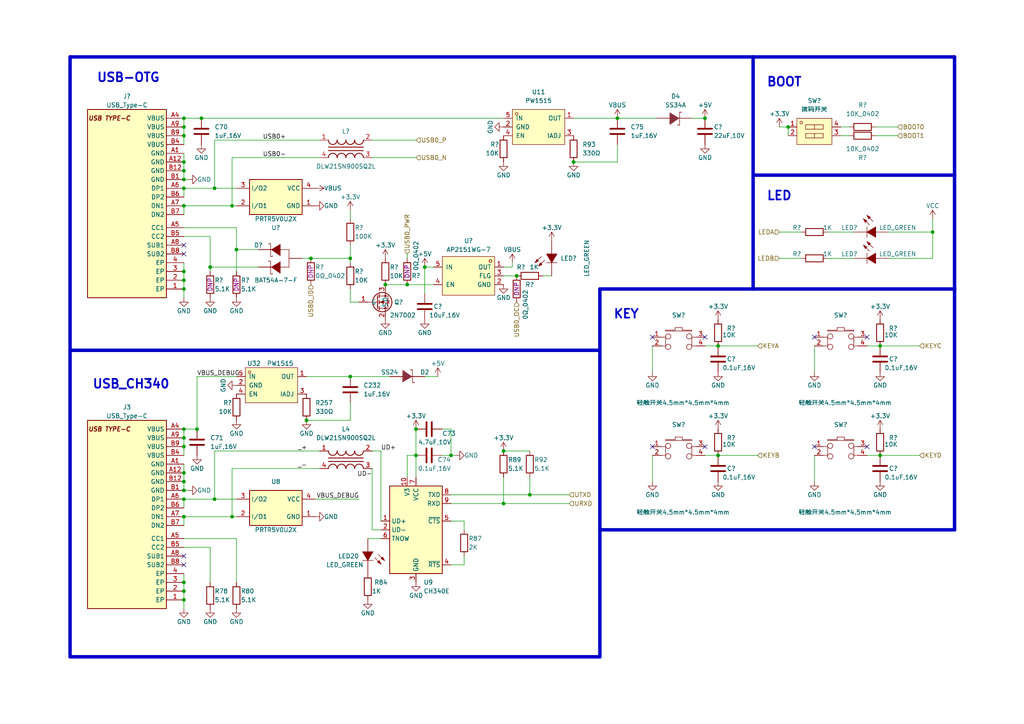
<source format=kicad_sch>
(kicad_sch (version 20230121) (generator eeschema)
  (paper "A4")
  (title_block (title "HPM6E00FULLPORTRevB") (date "2024-09-12") (rev "RevA") (comment 1 "MISC"))
  (junction (at 146.05 146.05))
  (junction (at 53.34 52.07))
  (junction (at 111.76 82.55))
  (junction (at 67.31 59.69))
  (junction (at 53.34 142.24))
  (junction (at 67.31 149.86))
  (junction (at 53.34 78.74))
  (junction (at 53.34 54.61))
  (junction (at 179.07 34.29))
  (junction (at 62.23 144.78))
  (junction (at 153.67 143.51))
  (junction (at 53.34 81.28))
  (junction (at 58.42 34.29))
  (junction (at 270.51 67.31))
  (junction (at 208.28 100.33))
  (junction (at 57.15 124.46))
  (junction (at 120.65 124.46))
  (junction (at 62.23 54.61))
  (junction (at 53.34 149.86))
  (junction (at 68.58 72.39))
  (junction (at 60.96 77.47))
  (junction (at 123.19 77.47))
  (junction (at 53.34 168.91))
  (junction (at 118.11 82.55))
  (junction (at 53.34 59.69))
  (junction (at 53.34 137.16))
  (junction (at 255.27 100.33))
  (junction (at 53.34 139.7))
  (junction (at 53.34 171.45))
  (junction (at 53.34 83.82))
  (junction (at 53.34 49.53))
  (junction (at 53.34 36.83))
  (junction (at 53.34 127))
  (junction (at 53.34 39.37))
  (junction (at 208.28 132.08))
  (junction (at 101.6 109.22))
  (junction (at 53.34 124.46))
  (junction (at 149.86 80.01))
  (junction (at 146.05 130.81))
  (junction (at 101.6 74.93))
  (junction (at 204.47 34.29))
  (junction (at 130.81 132.08))
  (junction (at 53.34 144.78))
  (junction (at 88.9 121.92))
  (junction (at 255.27 132.08))
  (junction (at 90.17 74.93))
  (junction (at 120.65 132.08))
  (junction (at 53.34 34.29))
  (junction (at 166.37 46.99))
  (junction (at 228.6 36.83))
  (junction (at 53.34 129.54))
  (junction (at 53.34 46.99))
  (junction (at 53.34 173.99))
  (no_connect (at 236.22 97.79))
  (no_connect (at 189.23 129.54))
  (no_connect (at 251.46 97.79))
  (no_connect (at 236.22 129.54))
  (no_connect (at 251.46 129.54))
  (no_connect (at 204.47 97.79))
  (no_connect (at 204.47 129.54))
  (no_connect (at 53.34 73.66))
  (no_connect (at 53.34 161.29))
  (no_connect (at 53.34 163.83))
  (no_connect (at 53.34 71.12))
  (no_connect (at 189.23 97.79))
  (wire (pts (xy 228.6 36.83) (xy 228.6 39.37)))
  (wire (pts (xy 54.61 52.07) (xy 53.34 52.07)))
  (wire (pts (xy 53.34 137.16) (xy 53.34 139.7)))
  (wire (pts (xy 53.34 54.61) (xy 62.23 54.61)))
  (wire (pts (xy 120.65 124.46) (xy 120.65 132.08)))
  (wire (pts (xy 53.34 78.74) (xy 53.34 81.28)))
  (wire (pts (xy 62.23 144.78) (xy 68.58 144.78)))
  (wire (pts (xy 53.34 168.91) (xy 53.34 171.45)))
  (wire (pts (xy 270.51 74.93) (xy 270.51 67.31)))
  (wire (pts (xy 101.6 60.96) (xy 101.6 63.5)))
  (wire (pts (xy 104.14 144.78) (xy 91.44 144.78)))
  (wire (pts (xy 88.9 109.22) (xy 101.6 109.22)))
  (wire (pts (xy 53.34 149.86) (xy 67.31 149.86)))
  (polyline (pts (xy 173.99 83.82) (xy 173.99 101.6)) (stroke (width 1)))
  (wire (pts (xy 120.65 132.08) (xy 120.65 138.43)))
  (wire (pts (xy 53.34 144.78) (xy 62.23 144.78)))
  (wire (pts (xy 208.28 132.08) (xy 219.71 132.08)))
  (wire (pts (xy 62.23 40.64) (xy 62.23 54.61)))
  (wire (pts (xy 208.28 100.33) (xy 219.71 100.33)))
  (wire (pts (xy 107.95 45.72) (xy 120.65 45.72)))
  (wire (pts (xy 118.11 82.55) (xy 125.73 82.55)))
  (wire (pts (xy 62.23 130.81) (xy 92.71 130.81)))
  (wire (pts (xy 130.81 124.46) (xy 130.81 132.08)))
  (wire (pts (xy 53.34 39.37) (xy 53.34 41.91)))
  (wire (pts (xy 53.34 158.75) (xy 60.96 158.75)))
  (polyline (pts (xy 20.32 101.6) (xy 20.32 16.51)) (stroke (width 1)))
  (wire (pts (xy 57.15 109.22) (xy 57.15 124.46)))
  (wire (pts (xy 260.35 36.83) (xy 254 36.83)))
  (wire (pts (xy 157.48 80.01) (xy 160.02 80.01)))
  (wire (pts (xy 153.67 138.43) (xy 153.67 143.51)))
  (wire (pts (xy 204.47 132.08) (xy 208.28 132.08)))
  (polyline (pts (xy 218.44 16.51) (xy 276.86 16.51)) (stroke (width 1)))
  (wire (pts (xy 118.11 132.08) (xy 120.65 132.08)))
  (wire (pts (xy 53.34 144.78) (xy 53.34 147.32)))
  (wire (pts (xy 166.37 34.29) (xy 179.07 34.29)))
  (wire (pts (xy 58.42 34.29) (xy 146.05 34.29)))
  (polyline (pts (xy 20.32 101.6) (xy 20.32 190.5)) (stroke (width 1) (type solid)))
  (wire (pts (xy 179.07 34.29) (xy 190.5 34.29)))
  (wire (pts (xy 68.58 109.22) (xy 57.15 109.22)))
  (wire (pts (xy 110.49 153.67) (xy 107.95 153.67)))
  (polyline (pts (xy 173.99 190.5) (xy 20.32 190.5)) (stroke (width 1) (type solid)))
  (wire (pts (xy 204.47 100.33) (xy 208.28 100.33)))
  (polyline (pts (xy 20.32 16.51) (xy 218.44 16.51)) (stroke (width 1)))
  (wire (pts (xy 90.17 74.93) (xy 101.6 74.93)))
  (wire (pts (xy 67.31 59.69) (xy 68.58 59.69)))
  (wire (pts (xy 260.35 39.37) (xy 254 39.37)))
  (wire (pts (xy 53.34 149.86) (xy 53.34 152.4)))
  (wire (pts (xy 62.23 54.61) (xy 68.58 54.61)))
  (wire (pts (xy 60.96 158.75) (xy 60.96 168.91)))
  (wire (pts (xy 189.23 100.33) (xy 189.23 107.95)))
  (wire (pts (xy 251.46 132.08) (xy 255.27 132.08)))
  (wire (pts (xy 130.81 143.51) (xy 153.67 143.51)))
  (wire (pts (xy 68.58 72.39) (xy 68.58 78.74)))
  (polyline (pts (xy 276.86 83.82) (xy 276.86 153.67)) (stroke (width 1)))
  (wire (pts (xy 68.58 156.21) (xy 68.58 168.91)))
  (wire (pts (xy 153.67 143.51) (xy 165.1 143.51)))
  (wire (pts (xy 67.31 45.72) (xy 67.31 59.69)))
  (wire (pts (xy 53.34 129.54) (xy 53.34 132.08)))
  (wire (pts (xy 118.11 132.08) (xy 118.11 138.43)))
  (wire (pts (xy 53.34 124.46) (xy 53.34 127)))
  (wire (pts (xy 130.81 146.05) (xy 146.05 146.05)))
  (wire (pts (xy 236.22 132.08) (xy 236.22 139.7)))
  (wire (pts (xy 246.38 39.37) (xy 243.84 39.37)))
  (wire (pts (xy 68.58 72.39) (xy 74.93 72.39)))
  (wire (pts (xy 134.62 161.29) (xy 134.62 163.83)))
  (wire (pts (xy 146.05 130.81) (xy 153.67 130.81)))
  (polyline (pts (xy 218.44 16.51) (xy 218.44 83.82)) (stroke (width 1)))
  (wire (pts (xy 53.34 134.62) (xy 53.34 137.16)))
  (wire (pts (xy 53.34 127) (xy 53.34 129.54)))
  (wire (pts (xy 53.34 59.69) (xy 53.34 62.23)))
  (wire (pts (xy 53.34 124.46) (xy 57.15 124.46)))
  (wire (pts (xy 53.34 34.29) (xy 58.42 34.29)))
  (wire (pts (xy 87.63 74.93) (xy 90.17 74.93)))
  (wire (pts (xy 53.34 66.04) (xy 68.58 66.04)))
  (wire (pts (xy 53.34 83.82) (xy 53.34 86.36)))
  (polyline (pts (xy 173.99 101.6) (xy 173.99 190.5)) (stroke (width 1) (type solid)))
  (wire (pts (xy 270.51 67.31) (xy 270.51 63.5)))
  (wire (pts (xy 128.27 124.46) (xy 130.81 124.46)))
  (wire (pts (xy 226.06 74.93) (xy 232.41 74.93)))
  (wire (pts (xy 130.81 151.13) (xy 134.62 151.13)))
  (wire (pts (xy 123.19 77.47) (xy 123.19 85.09)))
  (wire (pts (xy 53.34 54.61) (xy 53.34 57.15)))
  (wire (pts (xy 240.03 74.93) (xy 247.65 74.93)))
  (wire (pts (xy 146.05 138.43) (xy 146.05 146.05)))
  (wire (pts (xy 53.34 171.45) (xy 53.34 173.99)))
  (wire (pts (xy 62.23 40.64) (xy 92.71 40.64)))
  (wire (pts (xy 146.05 146.05) (xy 165.1 146.05)))
  (wire (pts (xy 148.59 76.2) (xy 148.59 77.47)))
  (wire (pts (xy 53.34 81.28) (xy 53.34 83.82)))
  (wire (pts (xy 134.62 151.13) (xy 134.62 153.67)))
  (wire (pts (xy 246.38 36.83) (xy 243.84 36.83)))
  (wire (pts (xy 53.34 76.2) (xy 53.34 78.74)))
  (wire (pts (xy 67.31 149.86) (xy 68.58 149.86)))
  (wire (pts (xy 60.96 77.47) (xy 74.93 77.47)))
  (wire (pts (xy 67.31 135.89) (xy 67.31 149.86)))
  (wire (pts (xy 53.34 173.99) (xy 53.34 176.53)))
  (wire (pts (xy 118.11 73.66) (xy 118.11 74.93)))
  (wire (pts (xy 130.81 132.08) (xy 128.27 132.08)))
  (wire (pts (xy 101.6 116.84) (xy 101.6 121.92)))
  (wire (pts (xy 101.6 71.12) (xy 101.6 74.93)))
  (wire (pts (xy 189.23 132.08) (xy 189.23 139.7)))
  (wire (pts (xy 257.81 74.93) (xy 270.51 74.93)))
  (wire (pts (xy 68.58 66.04) (xy 68.58 72.39)))
  (polyline (pts (xy 218.44 83.82) (xy 276.86 83.82)) (stroke (width 1)))
  (wire (pts (xy 134.62 163.83) (xy 130.81 163.83)))
  (wire (pts (xy 123.19 109.22) (xy 127 109.22)))
  (wire (pts (xy 60.96 68.58) (xy 60.96 77.47)))
  (wire (pts (xy 62.23 130.81) (xy 62.23 144.78)))
  (wire (pts (xy 251.46 100.33) (xy 255.27 100.33)))
  (polyline (pts (xy 218.44 50.8) (xy 276.86 50.8)) (stroke (width 1)))
  (polyline (pts (xy 276.86 16.51) (xy 276.86 83.82)) (stroke (width 1)))
  (polyline (pts (xy 276.86 153.67) (xy 173.99 153.67)) (stroke (width 1)))
  (wire (pts (xy 255.27 132.08) (xy 266.7 132.08)))
  (wire (pts (xy 60.96 77.47) (xy 60.96 78.74)))
  (wire (pts (xy 123.19 77.47) (xy 125.73 77.47)))
  (wire (pts (xy 53.34 44.45) (xy 53.34 46.99)))
  (wire (pts (xy 67.31 45.72) (xy 92.71 45.72)))
  (wire (pts (xy 53.34 34.29) (xy 53.34 36.83)))
  (wire (pts (xy 132.08 132.08) (xy 130.81 132.08)))
  (wire (pts (xy 53.34 36.83) (xy 53.34 39.37)))
  (wire (pts (xy 146.05 80.01) (xy 149.86 80.01)))
  (wire (pts (xy 53.34 156.21) (xy 68.58 156.21)))
  (wire (pts (xy 53.34 59.69) (xy 67.31 59.69)))
  (wire (pts (xy 53.34 142.24) (xy 54.61 142.24)))
  (wire (pts (xy 101.6 109.22) (xy 113.03 109.22)))
  (wire (pts (xy 226.06 36.83) (xy 228.6 36.83)))
  (wire (pts (xy 101.6 83.82) (xy 101.6 87.63)))
  (wire (pts (xy 179.07 46.99) (xy 166.37 46.99)))
  (wire (pts (xy 53.34 49.53) (xy 53.34 52.07)))
  (wire (pts (xy 53.34 166.37) (xy 53.34 168.91)))
  (wire (pts (xy 200.66 34.29) (xy 204.47 34.29)))
  (wire (pts (xy 110.49 156.21) (xy 106.68 156.21)))
  (wire (pts (xy 101.6 87.63) (xy 104.14 87.63)))
  (wire (pts (xy 67.31 135.89) (xy 92.71 135.89)))
  (wire (pts (xy 146.05 77.47) (xy 148.59 77.47)))
  (polyline (pts (xy 20.32 101.6) (xy 173.99 101.6)) (stroke (width 1) (type solid)))
  (wire (pts (xy 101.6 74.93) (xy 101.6 76.2)))
  (wire (pts (xy 240.03 67.31) (xy 247.65 67.31)))
  (wire (pts (xy 255.27 100.33) (xy 266.7 100.33)))
  (wire (pts (xy 236.22 100.33) (xy 236.22 107.95)))
  (polyline (pts (xy 218.44 83.82) (xy 173.99 83.82)) (stroke (width 1)))
  (wire (pts (xy 226.06 67.31) (xy 232.41 67.31)))
  (wire (pts (xy 107.95 40.64) (xy 120.65 40.64)))
  (wire (pts (xy 53.34 46.99) (xy 53.34 49.53)))
  (wire (pts (xy 107.95 153.67) (xy 107.95 135.89)))
  (wire (pts (xy 179.07 41.91) (xy 179.07 46.99)))
  (wire (pts (xy 107.95 130.81) (xy 110.49 130.81)))
  (wire (pts (xy 53.34 139.7) (xy 53.34 142.24)))
  (wire (pts (xy 110.49 130.81) (xy 110.49 151.13)))
  (wire (pts (xy 101.6 121.92) (xy 88.9 121.92)))
  (wire (pts (xy 111.76 82.55) (xy 118.11 82.55)))
  (wire (pts (xy 53.34 68.58) (xy 60.96 68.58)))
  (wire (pts (xy 257.81 67.31) (xy 270.51 67.31)))
  (text "LED" (at 222.25 58.42 0) (effects (font (size 2.54 2.54) (thickness 0.508) bold) (justify left bottom)))
  (text "USB-OTG" (at 27.94 24.13 0) (effects (font (size 2.54 2.54) (thickness 0.508) bold) (justify left bottom)))
  (text "KEY" (at 177.8 92.71 0) (effects (font (size 2.54 2.54) (thickness 0.508) bold) (justify left bottom)))
  (text "BOOT" (at 222.25 25.4 0) (effects (font (size 2.54 2.54) (thickness 0.508) bold) (justify left bottom)))
  (text "USB_CH340" (at 26.67 113.03 0) (effects (font (size 2.54 2.54) (thickness 0.508) bold) (justify left bottom)))
  (label "VBUS_DEBUG" (at 57.15 109.22 0))
  (label "VBUS_DEBUG" (at 104.14 144.78 180))
  (label "USB0-" (at 76.2 45.72 0))
  (label "USB0+" (at 76.2 40.64 0))
  (label "UD+" (at 110.49 130.81 0))
  (label "_-" (at 86.36 135.89 0))
  (label "_+" (at 86.36 130.81 0))
  (label "UD-" (at 107.95 138.43 180))
  (hierarchical_label "LEDA" (shape input) (at 226.06 67.31 180))
  (hierarchical_label "KEYC" (shape input) (at 266.7 100.33 0))
  (hierarchical_label "KEYA" (shape input) (at 219.71 100.33 0))
  (hierarchical_label "USB0_P" (shape input) (at 120.65 40.64 0))
  (hierarchical_label "BOOT0" (shape input) (at 260.35 36.83 0))
  (hierarchical_label "LEDB" (shape input) (at 226.06 74.93 180))
  (hierarchical_label "KEYD" (shape input) (at 266.7 132.08 0))
  (hierarchical_label "URXD" (shape input) (at 165.1 146.05 0))
  (hierarchical_label "USB0_N" (shape input) (at 120.65 45.72 0))
  (hierarchical_label "UTXD" (shape input) (at 165.1 143.51 0))
  (hierarchical_label "USB0_ID" (shape input) (at 90.17 82.55 270))
  (hierarchical_label "USB0_OC" (shape input) (at 149.86 87.63 270))
  (hierarchical_label "USB0_PWR" (shape input) (at 118.11 73.66 90))
  (hierarchical_label "BOOT1" (shape input) (at 260.35 39.37 0))
  (hierarchical_label "KEYB" (shape input) (at 219.71 132.08 0))
  (symbol (lib_id "power:+3.3V") (at 255.27 92.71 0) (unit 1)
    (property "Reference" "#PWR?" (effects hide))
    (property "Value" "+3.3V" (at 255.27 88.9 0))
    (instances (project "HPM6E00-PA00-PA31-JTAG-BOOT-LED-KEY" (path "" (reference "#PWR?") (unit 1))) (project "HPM5300-USB-OSC" (path "" (reference "#PWR?") (unit 1))) (project "HPM6E00 SKT Board BGA289_BDIF REVA" (path "" (reference "#PWR?") (unit 1))) (project "03-HPM5300-JTAG-FLASH" (path "" (reference "#PWR?") (unit 1))) (project "HPM6E00FULLPORTRevB" (path "" (reference "#PWR?") (unit 1)) (path "" (reference "#PWR0152") (unit 1))) (project "HPM5300 EVK REVC" (path "" (reference "#PWR?") (unit 1)) (path "" (reference "#PWR?") (unit 1))))
  )
  (symbol (lib_id "power:GND") (at 91.44 59.69 90) (unit 1)
    (property "Reference" "#PWR?" (effects hide))
    (property "Value" "GND" (at 93.98 59.69 90) (effects (justify right)))
    (instances (project "HPM5300-USB-OSC" (path "" (reference "#PWR?") (unit 1))) (project "HPM6E00 SKT Board BGA289_BDIF REVA" (path "" (reference "#PWR?") (unit 1))) (project "HPM6E00FULLPORTRevB" (path "" (reference "#PWR?") (unit 1)) (path "" (reference "#PWR0122") (unit 1))) (project "HPM5300 SKT Board LQFP100 REVA" (path "" (reference "#PWR?") (unit 1))))
  )
  (symbol (lib_id "01-HPM-Peripheral:LED_GREEN") (at 106.68 160.02 270) (mirror x) (unit 1)
    (property "Reference" "LED20" (at 104.14 161.29 90) (effects (justify right)))
    (property "Value" "LED_GREEN" (at 105.41 163.83 90) (effects (justify right)))
    (property "Footprint" "01_HPM_Peripheral:LED_0603" (effects hide))
    (property "Model" "NCD0603C1" (effects hide))
    (property "Company" "国星光电" (effects hide))
    (instances (project "HPM6E00FULLPORTRevB" (path "" (reference "LED20") (unit 1))) (project "HPM5300 SKT Board QFN48 REVA" (path "" (reference "LED?") (unit 1))))
  )
  (symbol (lib_id "00_HPM_power:GND") (at 236.22 107.95 0) (unit 1)
    (property "Reference" "#PWR?" (effects hide))
    (property "Value" "GND" (at 236.22 111.76 0))
    (instances (project "HPM6E00-PA00-PA31-JTAG-BOOT-LED-KEY" (path "" (reference "#PWR?") (unit 1))) (project "HPM5300-USB-OSC" (path "" (reference "#PWR?") (unit 1))) (project "HPM6E00 SKT Board BGA289_BDIF REVA" (path "" (reference "#PWR?") (unit 1))) (project "03-HPM5300-JTAG-FLASH" (path "" (reference "#PWR?") (unit 1))) (project "HPM6E00FULLPORTRevB" (path "" (reference "#PWR?") (unit 1)) (path "" (reference "#PWR0150") (unit 1))) (project "HPM5300 EVK REVC" (path "" (reference "#PWR?") (unit 1)) (path "" (reference "#PWR?") (unit 1))))
  )
  (symbol (lib_id "power:VBUS") (at 179.07 34.29 0) (unit 1)
    (property "Reference" "#PWR?" (effects hide))
    (property "Value" "VBUS" (at 179.07 30.48 0))
    (instances (project "HPM5300-USB-OSC" (path "" (reference "#PWR?") (unit 1))) (project "HPM6E00 SKT Board BGA289_BDIF REVA" (path "" (reference "#PWR?") (unit 1))) (project "HPM6E00FULLPORTRevB" (path "" (reference "#PWR?") (unit 1)) (path "" (reference "#PWR0140") (unit 1))) (project "HPM5300 SKT Board LQFP100 REVA" (path "" (reference "#PWR?") (unit 1))))
  )
  (symbol (lib_id "03_HPM_Capacitance:10uF,16V_0603") (at 123.19 88.9 0) (unit 1)
    (property "Reference" "C?" (at 125.73 88.9 0) (effects (justify left)))
    (property "Value" "10uF,16V" (at 124.46 91.44 0) (effects (justify left)))
    (property "Footprint" "03_HPM_Capacitance:C_0603_1608Metric" (effects hide))
    (property "Model" "CL10A106KO8NQNC" (effects hide))
    (property "Company" " SAMSUNG(三星)" (effects hide))
    (instances (project "HPM5300-USB-OSC" (path "" (reference "C?") (unit 1))) (project "HPM6E00 SKT Board BGA289_BDIF REVA" (path "" (reference "C?") (unit 1))) (project "HPM6E00FULLPORTRevB" (path "" (reference "C?") (unit 1)) (path "" (reference "C72") (unit 1))) (project "HPM5300 SKT Board LQFP100 REVA" (path "" (reference "C?") (unit 1))))
  )
  (symbol (lib_id "02_HPM_Resistor:5.1K_0402") (at 68.58 82.55 90) (unit 1)
    (property "Reference" "R?" (at 69.85 81.28 90) (effects (justify right)))
    (property "Value" "5.1K" (at 69.85 83.82 90) (effects (justify right)))
    (property "Footprint" "02_HPM_Resistor:R_0402_1005Metric" (effects hide))
    (property "Model" "0402WGF5101TCE" (effects hide))
    (property "Company" "UNI-ROYAL(厚声)" (effects hide))
    (property "ASSY_OPT" "DNP" (at 68.58 82.55 0))
    (instances (project "HPM5300-USB-OSC" (path "" (reference "R?") (unit 1))) (project "HPM6E00 SKT Board BGA289_BDIF REVA" (path "" (reference "R?") (unit 1))) (project "HPM6E00FULLPORTRevB" (path "" (reference "R?") (unit 1)) (path "" (reference "R79") (unit 1))) (project "HPM5300 SKT Board LQFP100 REVA" (path "" (reference "R?") (unit 1))))
  )
  (symbol (lib_id "02_HPM_Resistor:10K_0402") (at 250.19 39.37 0) (mirror x) (unit 1)
    (property "Reference" "R?" (at 250.19 45.72 0))
    (property "Value" "10K_0402" (at 250.19 43.18 0))
    (property "Footprint" "02_HPM_Resistor:R_0402_1005Metric" (effects hide))
    (property "Model" "0402WGF1002TCE" (effects hide))
    (property "Company" "UNI-ROYAL(厚声)" (effects hide))
    (instances (project "HPM6E00-PA00-PA31-JTAG-BOOT-LED-KEY" (path "" (reference "R?") (unit 1))) (project "HPM6E00 SKT Board BGA289_BDIF REVA" (path "" (reference "R?") (unit 1))) (project "HPM6E00FULLPORTRevB" (path "" (reference "R?") (unit 1)) (path "" (reference "R99") (unit 1))))
  )
  (symbol (lib_id "power:GND") (at 146.05 82.55 0) (unit 1)
    (property "Reference" "#PWR?" (effects hide))
    (property "Value" "GND" (at 144.018 86.36 0) (effects (justify left)))
    (instances (project "HPM5300-USB-OSC" (path "" (reference "#PWR?") (unit 1))) (project "HPM6E00 SKT Board BGA289_BDIF REVA" (path "" (reference "#PWR?") (unit 1))) (project "HPM6E00FULLPORTRevB" (path "" (reference "#PWR?") (unit 1)) (path "" (reference "#PWR0135") (unit 1))) (project "HPM5300 SKT Board LQFP100 REVA" (path "" (reference "#PWR?") (unit 1))))
  )
  (symbol (lib_id "02_HPM_Resistor:10K_0402") (at 146.05 43.18 270) (mirror x) (unit 1)
    (property "Reference" "R?" (at 144.78 41.91 90) (effects (justify right)))
    (property "Value" "10K" (at 144.78 44.45 90) (effects (justify right)))
    (property "Footprint" "02_HPM_Resistor:R_0402_1005Metric" (effects hide))
    (property "Model" "0402WGF1002TCE" (effects hide))
    (property "Company" "UNI-ROYAL(厚声)" (effects hide))
    (instances (project "HPM5300-USB-OSC" (path "" (reference "R?") (unit 1))) (project "HPM6E00 SKT Board BGA289_BDIF REVA" (path "" (reference "R?") (unit 1))) (project "HPM6E00FULLPORTRevB" (path "" (reference "R?") (unit 1)) (path "" (reference "R88") (unit 1))) (project "HPM5300 SKT Board LQFP100 REVA" (path "" (reference "R?") (unit 1))))
  )
  (symbol (lib_id "03_HPM_Capacitance:4.7uF,10V_0402") (at 124.46 124.46 270) (mirror x) (unit 1)
    (property "Reference" "C73" (at 128.27 125.73 90) (effects (justify left)))
    (property "Value" "4.7uF,10V" (at 121.285 128.27 90) (effects (justify left)))
    (property "Footprint" "03_HPM_Capacitance:C_0402_1005Metric" (effects hide))
    (property "Model" " CL05A475MP5NRNC" (effects hide))
    (property "Company" " SAMSUNG(三星)" (effects hide))
    (instances (project "HPM6E00FULLPORTRevB" (path "" (reference "C73") (unit 1))) (project "HPM5300 SKT Board QFN48 REVA" (path "" (reference "C?") (unit 1))))
  )
  (symbol (lib_id "01-HPM-Peripheral:轻触开关4.5mm*4.5mm*4mm") (at 196.85 129.54 0) (unit 1)
    (property "Reference" "SW?" (at 196.85 123.19 0))
    (property "Value" "轻触开关4.5mm*4.5mm*4mm" (at 198.12 148.59 0))
    (property "Footprint" "01_HPM_Peripheral:轻触开关SMD-4P,4.5x4.5mm" (effects hide))
    (property "Model" " TS4540TP" (effects hide))
    (property "Company" "SHOU HAN(首韩)" (effects hide))
    (instances (project "HPM6E00-PA00-PA31-JTAG-BOOT-LED-KEY" (path "" (reference "SW?") (unit 1))) (project "HPM5300-USB-OSC" (path "" (reference "SW?") (unit 1))) (project "HPM6E00 SKT Board BGA289_BDIF REVA" (path "" (reference "SW?") (unit 1))) (project "03-HPM5300-JTAG-FLASH" (path "" (reference "SW?") (unit 1))) (project "HPM6E00FULLPORTRevB" (path "" (reference "SW?") (unit 1)) (path "" (reference "SW5") (unit 1))) (project "HPM5300 EVK REVC" (path "" (reference "SW?") (unit 1)) (path "" (reference "SW?") (unit 1))))
  )
  (symbol (lib_id "02_HPM_Resistor:5.1K_0402") (at 60.96 172.72 90) (unit 1)
    (property "Reference" "R78" (at 62.23 171.45 90) (effects (justify right)))
    (property "Value" "5.1K" (at 62.23 173.99 90) (effects (justify right)))
    (property "Footprint" "02_HPM_Resistor:R_0402_1005Metric" (effects hide))
    (property "Model" "0402WGF5101TCE" (effects hide))
    (property "Company" "UNI-ROYAL(厚声)" (effects hide))
    (instances (project "HPM6E00FULLPORTRevB" (path "" (reference "R78") (unit 1))) (project "HPM5300 SKT Board QFN48 REVA" (path "" (reference "R?") (unit 1))))
  )
  (symbol (lib_id "power:+3.3V") (at 160.02 69.85 0) (unit 1)
    (property "Reference" "#PWR?" (effects hide))
    (property "Value" "+3.3V" (at 160.02 66.04 0))
    (instances (project "HPM5300-USB-OSC" (path "" (reference "#PWR?") (unit 1))) (project "HPM6E00 SKT Board BGA289_BDIF REVA" (path "" (reference "#PWR?") (unit 1))) (project "HPM6E00FULLPORTRevB" (path "" (reference "#PWR?") (unit 1)) (path "" (reference "#PWR0138") (unit 1))) (project "HPM5300 SKT Board LQFP100 REVA" (path "" (reference "#PWR?") (unit 1))))
  )
  (symbol (lib_id "power:+3.3V") (at 208.28 92.71 0) (unit 1)
    (property "Reference" "#PWR?" (effects hide))
    (property "Value" "+3.3V" (at 208.28 88.9 0))
    (instances (project "HPM6E00-PA00-PA31-JTAG-BOOT-LED-KEY" (path "" (reference "#PWR?") (unit 1))) (project "HPM5300-USB-OSC" (path "" (reference "#PWR?") (unit 1))) (project "HPM6E00 SKT Board BGA289_BDIF REVA" (path "" (reference "#PWR?") (unit 1))) (project "03-HPM5300-JTAG-FLASH" (path "" (reference "#PWR?") (unit 1))) (project "HPM6E00FULLPORTRevB" (path "" (reference "#PWR?") (unit 1)) (path "" (reference "#PWR0145") (unit 1))) (project "HPM5300 EVK REVC" (path "" (reference "#PWR?") (unit 1)) (path "" (reference "#PWR?") (unit 1))))
  )
  (symbol (lib_id "02_HPM_Resistor:0Ω_0402") (at 90.17 78.74 90) (unit 1)
    (property "Reference" "R?" (at 91.44 77.47 90) (effects (justify right)))
    (property "Value" "0Ω_0402" (at 91.44 80.01 90) (effects (justify right)))
    (property "Footprint" "02_HPM_Resistor:R_0402_1005Metric" (effects hide))
    (property "Model" "RC0402JR-070RL" (effects hide))
    (property "Company" "YAGEO(国巨)" (effects hide))
    (property "ASSY_OPT" "DNP" (at 90.17 78.74 0))
    (instances (project "HPM5300-USB-OSC" (path "" (reference "R?") (unit 1))) (project "HPM6E00 SKT Board BGA289_BDIF REVA" (path "" (reference "R?") (unit 1))) (project "HPM6E00FULLPORTRevB" (path "" (reference "R?") (unit 1)) (path "" (reference "R81") (unit 1))) (project "HPM5300 SKT Board LQFP100 REVA" (path "" (reference "R?") (unit 1))))
  )
  (symbol (lib_id "08_HPM_Power_IC:AP2151WG-7") (at 135.89 80.01 0) (mirror y) (unit 1)
    (property "Reference" "U?" (at 135.89 69.85 0))
    (property "Value" "AP2151WG-7" (at 135.89 72.39 0))
    (property "Footprint" "06_HPM_SOT:SOT-23-5" (effects hide))
    (property "Model" "AP2151WG-7" (effects hide))
    (property "Company" "DIODES(美台)" (effects hide))
    (instances (project "HPM5300-USB-OSC" (path "" (reference "U?") (unit 1))) (project "HPM6E00 SKT Board BGA289_BDIF REVA" (path "" (reference "U?") (unit 1))) (project "HPM6E00FULLPORTRevB" (path "" (reference "U?") (unit 1)) (path "" (reference "U10") (unit 1))) (project "HPM5300 SKT Board LQFP100 REVA" (path "" (reference "U?") (unit 1))))
  )
  (symbol (lib_id "00_HPM_power:GND") (at 189.23 139.7 0) (unit 1)
    (property "Reference" "#PWR?" (effects hide))
    (property "Value" "GND" (at 189.23 143.51 0))
    (instances (project "HPM6E00-PA00-PA31-JTAG-BOOT-LED-KEY" (path "" (reference "#PWR?") (unit 1))) (project "HPM5300-USB-OSC" (path "" (reference "#PWR?") (unit 1))) (project "HPM6E00 SKT Board BGA289_BDIF REVA" (path "" (reference "#PWR?") (unit 1))) (project "03-HPM5300-JTAG-FLASH" (path "" (reference "#PWR?") (unit 1))) (project "HPM6E00FULLPORTRevB" (path "" (reference "#PWR?") (unit 1)) (path "" (reference "#PWR0142") (unit 1))) (project "HPM5300 EVK REVC" (path "" (reference "#PWR?") (unit 1)) (path "" (reference "#PWR?") (unit 1))))
  )
  (symbol (lib_id "power:GND") (at 60.96 86.36 0) (unit 1)
    (property "Reference" "#PWR?" (effects hide))
    (property "Value" "GND" (at 58.928 90.17 0) (effects (justify left)))
    (instances (project "HPM5300-USB-OSC" (path "" (reference "#PWR?") (unit 1))) (project "HPM6E00 SKT Board BGA289_BDIF REVA" (path "" (reference "#PWR?") (unit 1))) (project "HPM6E00FULLPORTRevB" (path "" (reference "#PWR?") (unit 1)) (path "" (reference "#PWR0116") (unit 1))) (project "HPM5300 SKT Board LQFP100 REVA" (path "" (reference "#PWR?") (unit 1))))
  )
  (symbol (lib_id "02_HPM_Resistor:0Ω_0402") (at 118.11 78.74 90) (unit 1)
    (property "Reference" "R?" (at 119.38 80.01 90) (effects (justify right)))
    (property "Value" "0Ω_0402" (at 120.65 69.85 0) (effects (justify right)))
    (property "Footprint" "02_HPM_Resistor:R_0402_1005Metric" (effects hide))
    (property "Model" "RC0402JR-070RL" (effects hide))
    (property "Company" "YAGEO(国巨)" (effects hide))
    (property "ASSY_OPT" "DNP" (at 118.11 78.74 0))
    (instances (project "HPM5300-USB-OSC" (path "" (reference "R?") (unit 1))) (project "HPM6E00 SKT Board BGA289_BDIF REVA" (path "" (reference "R?") (unit 1))) (project "HPM6E00FULLPORTRevB" (path "" (reference "R?") (unit 1)) (path "" (reference "R86") (unit 1))) (project "HPM5300 SKT Board LQFP100 REVA" (path "" (reference "R?") (unit 1))))
  )
  (symbol (lib_name "10K_0402_1") (lib_id "02_HPM_Resistor:10K_0402") (at 255.27 96.52 270) (unit 1)
    (property "Reference" "R?" (at 259.08 95.25 90))
    (property "Value" "10K" (at 258.445 97.155 90))
    (property "Footprint" "02_HPM_Resistor:R_0402_1005Metric" (effects hide))
    (property "Model" "0402WGF1002TCE" (effects hide))
    (property "Company" "UNI-ROYAL(厚声)" (effects hide))
    (instances (project "HPM6E00-PA00-PA31-JTAG-BOOT-LED-KEY" (path "" (reference "R?") (unit 1))) (project "HPM5300-USB-OSC" (path "" (reference "R?") (unit 1))) (project "HPM6E00 SKT Board BGA289_BDIF REVA" (path "" (reference "R?") (unit 1))) (project "03-HPM5300-JTAG-FLASH" (path "" (reference "R?") (unit 1))) (project "HPM6E00FULLPORTRevB" (path "" (reference "R?") (unit 1)) (path "" (reference "R100") (unit 1))) (project "HPM5300 EVK REVC" (path "" (reference "R?") (unit 1)) (path "" (reference "R?") (unit 1))))
  )
  (symbol (lib_id "00_HPM_power:+5V") (at 204.47 34.29 0) (unit 1)
    (property "Reference" "#PWR?" (effects hide))
    (property "Value" "+5V" (at 204.47 30.48 0))
    (instances (project "HPM5300-USB-OSC" (path "" (reference "#PWR?") (unit 1))) (project "HPM6E00 SKT Board BGA289_BDIF REVA" (path "" (reference "#PWR?") (unit 1))) (project "HPM6E00FULLPORTRevB" (path "" (reference "#PWR?") (unit 1)) (path "" (reference "#PWR0143") (unit 1))) (project "HPM5300 SKT Board LQFP100 REVA" (path "" (reference "#PWR?") (unit 1))))
  )
  (symbol (lib_id "power:GND") (at 54.61 52.07 90) (unit 1)
    (property "Reference" "#PWR?" (effects hide))
    (property "Value" "GND" (at 57.15 52.07 90) (effects (justify right)))
    (instances (project "HPM5300-USB-OSC" (path "" (reference "#PWR?") (unit 1))) (project "HPM6E00 SKT Board BGA289_BDIF REVA" (path "" (reference "#PWR?") (unit 1))) (project "HPM6E00FULLPORTRevB" (path "" (reference "#PWR?") (unit 1)) (path "" (reference "#PWR0112") (unit 1))) (project "HPM5300 SKT Board LQFP100 REVA" (path "" (reference "#PWR?") (unit 1))))
  )
  (symbol (lib_id "00_HPM_power:VCC") (at 270.51 63.5 0) (unit 1)
    (property "Reference" "#PWR?" (effects hide))
    (property "Value" "VCC" (at 270.51 59.69 0))
    (instances (project "HPM6E00FULLPORTRevB" (path "" (reference "#PWR?") (unit 1)) (path "" (reference "#PWR0156") (unit 1))))
  )
  (symbol (lib_id "00_HPM_power:GND") (at 236.22 139.7 0) (unit 1)
    (property "Reference" "#PWR?" (effects hide))
    (property "Value" "GND" (at 236.22 143.51 0))
    (instances (project "HPM6E00-PA00-PA31-JTAG-BOOT-LED-KEY" (path "" (reference "#PWR?") (unit 1))) (project "HPM5300-USB-OSC" (path "" (reference "#PWR?") (unit 1))) (project "HPM6E00 SKT Board BGA289_BDIF REVA" (path "" (reference "#PWR?") (unit 1))) (project "03-HPM5300-JTAG-FLASH" (path "" (reference "#PWR?") (unit 1))) (project "HPM6E00FULLPORTRevB" (path "" (reference "#PWR?") (unit 1)) (path "" (reference "#PWR0151") (unit 1))) (project "HPM5300 EVK REVC" (path "" (reference "#PWR?") (unit 1)) (path "" (reference "#PWR?") (unit 1))))
  )
  (symbol (lib_id "power:GND") (at 204.47 41.91 0) (unit 1)
    (property "Reference" "#PWR?" (effects hide))
    (property "Value" "GND" (at 202.438 45.72 0) (effects (justify left)))
    (instances (project "HPM5300-USB-OSC" (path "" (reference "#PWR?") (unit 1))) (project "HPM6E00 SKT Board BGA289_BDIF REVA" (path "" (reference "#PWR?") (unit 1))) (project "HPM6E00FULLPORTRevB" (path "" (reference "#PWR?") (unit 1)) (path "" (reference "#PWR0144") (unit 1))) (project "HPM5300 SKT Board LQFP100 REVA" (path "" (reference "#PWR?") (unit 1))))
  )
  (symbol (lib_id "04_HPM_Diode:SS24") (at 118.11 109.22 180) (unit 1)
    (property "Reference" "D2" (at 123.19 107.95 0))
    (property "Value" "SS24" (at 113.03 107.95 0))
    (property "Footprint" "04_HPM_Diode:D_SMA" (effects hide))
    (property "Model" " SS24" (effects hide))
    (property "Company" " 晶导微电子 " (effects hide))
    (instances (project "HPM6E00FULLPORTRevB" (path "" (reference "D2") (unit 1))) (project "HPM5300 SKT Board QFN48 REVA" (path "" (reference "D?") (unit 1))))
  )
  (symbol (lib_id "power:VBUS") (at 91.44 54.61 270) (unit 1)
    (property "Reference" "#PWR?" (effects hide))
    (property "Value" "VBUS" (at 93.98 54.61 90) (effects (justify left)))
    (instances (project "HPM5300-USB-OSC" (path "" (reference "#PWR?") (unit 1))) (project "HPM6E00 SKT Board BGA289_BDIF REVA" (path "" (reference "#PWR?") (unit 1))) (project "HPM6E00FULLPORTRevB" (path "" (reference "#PWR?") (unit 1)) (path "" (reference "#PWR0121") (unit 1))) (project "HPM5300 SKT Board LQFP100 REVA" (path "" (reference "#PWR?") (unit 1))))
  )
  (symbol (lib_id "power:+3.3V") (at 146.05 130.81 0) (unit 1)
    (property "Reference" "#PWR0136" (effects hide))
    (property "Value" "+3.3V" (at 146.05 127 0))
    (instances (project "HPM6E00FULLPORTRevB" (path "" (reference "#PWR0136") (unit 1))) (project "HPM5300 SKT Board QFN48 REVA" (path "" (reference "#PWR?") (unit 1))))
  )
  (symbol (lib_id "01-HPM-Peripheral:LED_GREEN") (at 254 67.31 0) (unit 1)
    (property "Reference" "LED?" (at 246.38 66.04 0))
    (property "Value" "LED_GREEN" (at 260.35 66.04 0))
    (property "Footprint" "01_HPM_Peripheral:LED_0603" (effects hide))
    (property "Model" "NCD0603C1" (effects hide))
    (property "Company" "国星光电" (effects hide))
    (instances (project "HPM6E00FULLPORTRevB" (path "" (reference "LED?") (unit 1)) (path "" (reference "LED22") (unit 1))))
  )
  (symbol (lib_id "power:+3.3V") (at 101.6 60.96 0) (unit 1)
    (property "Reference" "#PWR?" (effects hide))
    (property "Value" "+3.3V" (at 101.6 57.15 0))
    (instances (project "HPM5300-USB-OSC" (path "" (reference "#PWR?") (unit 1))) (project "HPM6E00 SKT Board BGA289_BDIF REVA" (path "" (reference "#PWR?") (unit 1))) (project "HPM6E00FULLPORTRevB" (path "" (reference "#PWR?") (unit 1)) (path "" (reference "#PWR0124") (unit 1))) (project "HPM5300 SKT Board LQFP100 REVA" (path "" (reference "#PWR?") (unit 1))))
  )
  (symbol (lib_id "00_HPM_power:GND") (at 208.28 107.95 0) (unit 1)
    (property "Reference" "#PWR?" (effects hide))
    (property "Value" "GND" (at 208.28 111.76 0))
    (instances (project "HPM6E00-PA00-PA31-JTAG-BOOT-LED-KEY" (path "" (reference "#PWR?") (unit 1))) (project "HPM5300-USB-OSC" (path "" (reference "#PWR?") (unit 1))) (project "HPM6E00 SKT Board BGA289_BDIF REVA" (path "" (reference "#PWR?") (unit 1))) (project "03-HPM5300-JTAG-FLASH" (path "" (reference "#PWR?") (unit 1))) (project "HPM6E00FULLPORTRevB" (path "" (reference "#PWR?") (unit 1)) (path "" (reference "#PWR0146") (unit 1))) (project "HPM5300 EVK REVC" (path "" (reference "#PWR?") (unit 1)) (path "" (reference "#PWR?") (unit 1))))
  )
  (symbol (lib_id "02_HPM_Resistor:5.1K_0402") (at 153.67 134.62 90) (unit 1)
    (property "Reference" "R92" (at 154.94 133.35 90) (effects (justify right)))
    (property "Value" "5.1K" (at 154.94 135.89 90) (effects (justify right)))
    (property "Footprint" "02_HPM_Resistor:R_0402_1005Metric" (effects hide))
    (property "Model" "0402WGF5101TCE" (effects hide))
    (property "Company" "UNI-ROYAL(厚声)" (effects hide))
    (instances (project "HPM6E00FULLPORTRevB" (path "" (reference "R92") (unit 1))) (project "HPM5300 SKT Board QFN48 REVA" (path "" (reference "R?") (unit 1))))
  )
  (symbol (lib_id "05_HPM_Connector_Other:USB_Type-C") (at 25.4 31.75 0) (unit 1)
    (property "Reference" "J?" (at 36.83 27.94 0))
    (property "Value" "USB_Type-C" (at 36.83 30.48 0))
    (property "Footprint" "05_HPM_Connector_other:TYPE-C-16P" (effects hide))
    (property "Model" "KH-TYPE-C-16P" (effects hide))
    (property "Company" "kinghelm(金航标)" (effects hide))
    (instances (project "HPM5300-USB-OSC" (path "" (reference "J?") (unit 1))) (project "HPM6E00 SKT Board BGA289_BDIF REVA" (path "" (reference "J?") (unit 1))) (project "HPM6E00FULLPORTRevB" (path "" (reference "J?") (unit 1)) (path "" (reference "J2") (unit 1))) (project "HPM5300 SKT Board LQFP100 REVA" (path "" (reference "J?") (unit 1))))
  )
  (symbol (lib_name "10K_0402_1") (lib_id "02_HPM_Resistor:10K_0402") (at 208.28 128.27 270) (unit 1)
    (property "Reference" "R?" (at 212.09 127 90))
    (property "Value" "10K" (at 211.455 128.905 90))
    (property "Footprint" "02_HPM_Resistor:R_0402_1005Metric" (effects hide))
    (property "Model" "0402WGF1002TCE" (effects hide))
    (property "Company" "UNI-ROYAL(厚声)" (effects hide))
    (instances (project "HPM6E00-PA00-PA31-JTAG-BOOT-LED-KEY" (path "" (reference "R?") (unit 1))) (project "HPM5300-USB-OSC" (path "" (reference "R?") (unit 1))) (project "HPM6E00 SKT Board BGA289_BDIF REVA" (path "" (reference "R?") (unit 1))) (project "03-HPM5300-JTAG-FLASH" (path "" (reference "R?") (unit 1))) (project "HPM6E00FULLPORTRevB" (path "" (reference "R?") (unit 1)) (path "" (reference "R95") (unit 1))) (project "HPM5300 EVK REVC" (path "" (reference "R?") (unit 1)) (path "" (reference "R?") (unit 1))))
  )
  (symbol (lib_id "04_HPM_Diode:PRTR5V0U2X") (at 64.77 64.77 90) (unit 1)
    (property "Reference" "U?" (at 80.01 66.04 90))
    (property "Value" "PRTR5V0U2X" (at 80.01 63.5 90))
    (property "Footprint" "06_HPM_SOT:SOT-143" (effects hide))
    (property "Model" "PRTR5V0U2X" (effects hide))
    (property "Company" "TECH PUBLIC(台舟)" (effects hide))
    (instances (project "HPM5300-USB-OSC" (path "" (reference "U?") (unit 1))) (project "HPM6E00 SKT Board BGA289_BDIF REVA" (path "" (reference "U?") (unit 1))) (project "HPM6E00FULLPORTRevB" (path "" (reference "U?") (unit 1)) (path "" (reference "U7") (unit 1))) (project "HPM5300 SKT Board LQFP100 REVA" (path "" (reference "U?") (unit 1))))
  )
  (symbol (lib_id "00_HPM_power:+5V") (at 127 109.22 0) (unit 1)
    (property "Reference" "#PWR?" (effects hide))
    (property "Value" "+5V" (at 127 105.41 0))
    (instances (project "HPM5300-USB-OSC" (path "" (reference "#PWR?") (unit 1))) (project "HPM6E00 SKT Board BGA289_BDIF REVA" (path "" (reference "#PWR?") (unit 1))) (project "HPM6E00FULLPORTRevB" (path "" (reference "#PWR?") (unit 1)) (path "" (reference "#PWR0410") (unit 1))) (project "HPM5300 SKT Board LQFP100 REVA" (path "" (reference "#PWR?") (unit 1))))
  )
  (symbol (lib_id "03_HPM_Capacitance:1uF,16V_0402") (at 57.15 128.27 0) (unit 1)
    (property "Reference" "C71" (at 60.96 127 0) (effects (justify left)))
    (property "Value" "1uF,16V" (at 60.96 129.54 0) (effects (justify left)))
    (property "Footprint" "03_HPM_Capacitance:C_0402_1005Metric" (effects hide))
    (property "Model" " CL05A105KO5NNNC" (effects hide))
    (property "Company" " SAMSUNG(三星) " (effects hide))
  )
  (symbol (lib_id "03_HPM_Capacitance:22uF,10V_0603") (at 204.47 38.1 0) (unit 1)
    (property "Reference" "C?" (at 207.01 36.83 0) (effects (justify left)))
    (property "Value" "22uF,10V" (at 207.01 39.37 0) (effects (justify left)))
    (property "Footprint" "03_HPM_Capacitance:C_0603_1608Metric" (effects hide))
    (property "Model" " CL10A226MP8NUNE" (effects hide))
    (property "Company" " SAMSUNG(三星)" (effects hide))
    (instances (project "HPM5300-USB-OSC" (path "" (reference "C?") (unit 1))) (project "HPM6E00 SKT Board BGA289_BDIF REVA" (path "" (reference "C?") (unit 1))) (project "HPM6E00FULLPORTRevB" (path "" (reference "C?") (unit 1)) (path "" (reference "C76") (unit 1))) (project "HPM5300 SKT Board LQFP100 REVA" (path "" (reference "C?") (unit 1))))
  )
  (symbol (lib_id "03_HPM_Capacitance:0.1uF,16V_0402") (at 255.27 104.14 0) (unit 1)
    (property "Reference" "C?" (at 257.81 104.14 0) (effects (justify left)))
    (property "Value" "0.1uF,16V" (at 256.54 106.68 0) (effects (justify left)))
    (property "Footprint" "03_HPM_Capacitance:C_0402_1005Metric" (effects hide))
    (property "Model" "CL05B104KO5NNNC" (effects hide))
    (property "Company" "SAMSUNG(三星)" (effects hide))
    (instances (project "HPM6E00-PA00-PA31-JTAG-BOOT-LED-KEY" (path "" (reference "C?") (unit 1))) (project "HPM5300-USB-OSC" (path "" (reference "C?") (unit 1))) (project "HPM6E00 SKT Board BGA289_BDIF REVA" (path "" (reference "C?") (unit 1))) (project "03-HPM5300-JTAG-FLASH" (path "" (reference "C?") (unit 1))) (project "HPM6E00FULLPORTRevB" (path "" (reference "C?") (unit 1)) (path "" (reference "C79") (unit 1))) (project "HPM5300 EVK REVC" (path "" (reference "C?") (unit 1)) (path "" (reference "C?") (unit 1))))
  )
  (symbol (lib_id "power:GND") (at 106.68 173.99 0) (unit 1)
    (property "Reference" "#PWR0125" (effects hide))
    (property "Value" "GND" (at 104.648 177.8 0) (effects (justify left)))
    (instances (project "HPM6E00FULLPORTRevB" (path "" (reference "#PWR0125") (unit 1))) (project "HPM5300 SKT Board QFN48 REVA" (path "" (reference "#PWR?") (unit 1))))
  )
  (symbol (lib_id "02_HPM_Resistor:1K_0402") (at 153.67 80.01 0) (unit 1)
    (property "Reference" "R?" (at 151.13 77.47 0))
    (property "Value" "1K" (at 154.94 77.47 0))
    (property "Footprint" "02_HPM_Resistor:R_0402_1005Metric" (effects hide))
    (property "Model" "0402WGF1001TCE" (effects hide))
    (property "Company" "UNI-ROYAL(厚声)" (effects hide))
    (instances (project "HPM5300-USB-OSC" (path "" (reference "R?") (unit 1))) (project "HPM6E00 SKT Board BGA289_BDIF REVA" (path "" (reference "R?") (unit 1))) (project "HPM6E00FULLPORTRevB" (path "" (reference "R?") (unit 1)) (path "" (reference "R91") (unit 1))) (project "HPM5300 SKT Board LQFP100 REVA" (path "" (reference "R?") (unit 1))))
  )
  (symbol (lib_id "03_HPM_Capacitance:0.1uF,16V_0402") (at 208.28 135.89 0) (unit 1)
    (property "Reference" "C?" (at 210.82 135.89 0) (effects (justify left)))
    (property "Value" "0.1uF,16V" (at 209.55 138.43 0) (effects (justify left)))
    (property "Footprint" "03_HPM_Capacitance:C_0402_1005Metric" (effects hide))
    (property "Model" "CL05B104KO5NNNC" (effects hide))
    (property "Company" "SAMSUNG(三星)" (effects hide))
    (instances (project "HPM6E00-PA00-PA31-JTAG-BOOT-LED-KEY" (path "" (reference "C?") (unit 1))) (project "HPM5300-USB-OSC" (path "" (reference "C?") (unit 1))) (project "HPM6E00 SKT Board BGA289_BDIF REVA" (path "" (reference "C?") (unit 1))) (project "03-HPM5300-JTAG-FLASH" (path "" (reference "C?") (unit 1))) (project "HPM6E00FULLPORTRevB" (path "" (reference "C?") (unit 1)) (path "" (reference "C78") (unit 1))) (project "HPM5300 EVK REVC" (path "" (reference "C?") (unit 1)) (path "" (reference "C?") (unit 1))))
  )
  (symbol (lib_id "02_HPM_Resistor:100K_0402") (at 101.6 67.31 90) (unit 1)
    (property "Reference" "R?" (at 102.87 66.04 90) (effects (justify right)))
    (property "Value" "100K" (at 102.87 68.58 90) (effects (justify right)))
    (property "Footprint" "02_HPM_Resistor:R_0402_1005Metric" (effects hide))
    (property "Model" "0402WGF1003TCE" (effects hide))
    (property "Company" "UNI-ROYAL(厚声)" (effects hide))
    (instances (project "HPM5300-USB-OSC" (path "" (reference "R?") (unit 1))) (project "HPM6E00 SKT Board BGA289_BDIF REVA" (path "" (reference "R?") (unit 1))) (project "HPM6E00FULLPORTRevB" (path "" (reference "R?") (unit 1)) (path "" (reference "R82") (unit 1))) (project "HPM5300 SKT Board LQFP100 REVA" (path "" (reference "R?") (unit 1))))
  )
  (symbol (lib_id "power:GND") (at 68.58 86.36 0) (unit 1)
    (property "Reference" "#PWR?" (effects hide))
    (property "Value" "GND" (at 66.548 90.17 0) (effects (justify left)))
    (instances (project "HPM5300-USB-OSC" (path "" (reference "#PWR?") (unit 1))) (project "HPM6E00 SKT Board BGA289_BDIF REVA" (path "" (reference "#PWR?") (unit 1))) (project "HPM6E00FULLPORTRevB" (path "" (reference "#PWR?") (unit 1)) (path "" (reference "#PWR0118") (unit 1))) (project "HPM5300 SKT Board LQFP100 REVA" (path "" (reference "#PWR?") (unit 1))))
  )
  (symbol (lib_id "02_HPM_Resistor:10K_0402") (at 250.19 36.83 0) (unit 1)
    (property "Reference" "R?" (at 250.19 30.48 0))
    (property "Value" "10K_0402" (at 250.19 33.02 0))
    (property "Footprint" "02_HPM_Resistor:R_0402_1005Metric" (effects hide))
    (property "Model" "0402WGF1002TCE" (effects hide))
    (property "Company" "UNI-ROYAL(厚声)" (effects hide))
    (instances (project "HPM6E00-PA00-PA31-JTAG-BOOT-LED-KEY" (path "" (reference "R?") (unit 1))) (project "HPM6E00 SKT Board BGA289_BDIF REVA" (path "" (reference "R?") (unit 1))) (project "HPM6E00FULLPORTRevB" (path "" (reference "R?") (unit 1)) (path "" (reference "R98") (unit 1))))
  )
  (symbol (lib_id "12_HPM_ Triode:2N7002") (at 107.95 87.63 0) (unit 1)
    (property "Reference" "Q?" (at 114.3 87.63 0) (effects (justify left)))
    (property "Value" "2N7002" (at 113.03 91.44 0) (effects (justify left)))
    (property "Footprint" "06_HPM_SOT:SOT-23" (effects hide))
    (property "Model" "2N7002" (effects hide))
    (property "Company" " CJ(江苏长电/长晶)" (effects hide))
    (instances (project "HPM5300-USB-OSC" (path "" (reference "Q?") (unit 1))) (project "HPM6E00 SKT Board BGA289_BDIF REVA" (path "" (reference "Q?") (unit 1))) (project "HPM6E00FULLPORTRevB" (path "" (reference "Q?") (unit 1)) (path "" (reference "Q1") (unit 1))) (project "HPM5300 SKT Board LQFP100 REVA" (path "" (reference "Q?") (unit 1))))
  )
  (symbol (lib_id "00_HPM_power:GND") (at 208.28 139.7 0) (unit 1)
    (property "Reference" "#PWR?" (effects hide))
    (property "Value" "GND" (at 208.28 143.51 0))
    (instances (project "HPM6E00-PA00-PA31-JTAG-BOOT-LED-KEY" (path "" (reference "#PWR?") (unit 1))) (project "HPM5300-USB-OSC" (path "" (reference "#PWR?") (unit 1))) (project "HPM6E00 SKT Board BGA289_BDIF REVA" (path "" (reference "#PWR?") (unit 1))) (project "03-HPM5300-JTAG-FLASH" (path "" (reference "#PWR?") (unit 1))) (project "HPM6E00FULLPORTRevB" (path "" (reference "#PWR?") (unit 1)) (path "" (reference "#PWR0148") (unit 1))) (project "HPM5300 EVK REVC" (path "" (reference "#PWR?") (unit 1)) (path "" (reference "#PWR?") (unit 1))))
  )
  (symbol (lib_id "03_HPM_Capacitance:1uF,16V_0402") (at 58.42 38.1 0) (unit 1)
    (property "Reference" "C70" (at 62.23 36.83 0) (effects (justify left)))
    (property "Value" "1uF,16V" (at 62.23 39.37 0) (effects (justify left)))
    (property "Footprint" "03_HPM_Capacitance:C_0402_1005Metric" (effects hide))
    (property "Model" " CL05A105KO5NNNC" (effects hide))
    (property "Company" " SAMSUNG(三星) " (effects hide))
  )
  (symbol (lib_id "00_HPM_power:GND") (at 189.23 107.95 0) (unit 1)
    (property "Reference" "#PWR?" (effects hide))
    (property "Value" "GND" (at 189.23 111.76 0))
    (instances (project "HPM6E00-PA00-PA31-JTAG-BOOT-LED-KEY" (path "" (reference "#PWR?") (unit 1))) (project "HPM5300-USB-OSC" (path "" (reference "#PWR?") (unit 1))) (project "HPM6E00 SKT Board BGA289_BDIF REVA" (path "" (reference "#PWR?") (unit 1))) (project "03-HPM5300-JTAG-FLASH" (path "" (reference "#PWR?") (unit 1))) (project "HPM6E00FULLPORTRevB" (path "" (reference "#PWR?") (unit 1)) (path "" (reference "#PWR0141") (unit 1))) (project "HPM5300 EVK REVC" (path "" (reference "#PWR?") (unit 1)) (path "" (reference "#PWR?") (unit 1))))
  )
  (symbol (lib_id "01-HPM-Peripheral:LED_GREEN") (at 160.02 73.66 90) (unit 1)
    (property "Reference" "LED?" (at 162.56 74.93 90) (effects (justify right)))
    (property "Value" "LED_GREEN" (at 170.18 74.93 0))
    (property "Footprint" "01_HPM_Peripheral:LED_0603" (effects hide))
    (property "Model" "NCD0603C1" (effects hide))
    (property "Company" "国星光电" (effects hide))
    (instances (project "HPM5300-USB-OSC" (path "" (reference "LED?") (unit 1))) (project "HPM6E00 SKT Board BGA289_BDIF REVA" (path "" (reference "LED?") (unit 1))) (project "HPM6E00FULLPORTRevB" (path "" (reference "LED?") (unit 1)) (path "" (reference "LED21") (unit 1))) (project "HPM5300 SKT Board LQFP100 REVA" (path "" (reference "LED?") (unit 1))))
  )
  (symbol (lib_id "03_HPM_Capacitance:0.1uF,16V_0402") (at 124.46 132.08 90) (mirror x) (unit 1)
    (property "Reference" "C74" (at 130.81 133.35 90) (effects (justify left)))
    (property "Value" "0.1uF,16V" (at 130.81 135.89 90) (effects (justify left)))
    (property "Footprint" "03_HPM_Capacitance:C_0402_1005Metric" (effects hide))
    (property "Model" "CL05B104KO5NNNC" (effects hide))
    (property "Company" "SAMSUNG(三星)" (effects hide))
    (instances (project "HPM6E00FULLPORTRevB" (path "" (reference "C74") (unit 1))) (project "HPM5300 SKT Board QFN48 REVA" (path "" (reference "C?") (unit 1))))
  )
  (symbol (lib_id "02_HPM_Resistor:2K_0402") (at 134.62 157.48 90) (unit 1)
    (property "Reference" "R87" (at 135.89 156.21 90) (effects (justify right)))
    (property "Value" "2K" (at 135.89 158.75 90) (effects (justify right)))
    (property "Footprint" "02_HPM_Resistor:R_0402_1005Metric" (effects hide))
    (property "Model" "0402WGF2001TCE" (effects hide))
    (property "Company" "UNI-ROYAL(厚声)" (effects hide))
    (instances (project "HPM6E00FULLPORTRevB" (path "" (reference "R87") (unit 1))) (project "HPM5300 SKT Board QFN48 REVA" (path "" (reference "R?") (unit 1))))
  )
  (symbol (lib_id "03_HPM_Capacitance:1uF,16V_0402") (at 179.07 38.1 0) (unit 1)
    (property "Reference" "C75" (at 182.88 36.83 0) (effects (justify left)))
    (property "Value" "1uF,16V" (at 182.88 39.37 0) (effects (justify left)))
    (property "Footprint" "03_HPM_Capacitance:C_0402_1005Metric" (effects hide))
    (property "Model" " CL05A105KO5NNNC" (effects hide))
    (property "Company" " SAMSUNG(三星) " (effects hide))
  )
  (symbol (lib_name "10K_0402_1") (lib_id "02_HPM_Resistor:10K_0402") (at 255.27 128.27 270) (unit 1)
    (property "Reference" "R?" (at 259.08 127 90))
    (property "Value" "10K" (at 258.445 128.905 90))
    (property "Footprint" "02_HPM_Resistor:R_0402_1005Metric" (effects hide))
    (property "Model" "0402WGF1002TCE" (effects hide))
    (property "Company" "UNI-ROYAL(厚声)" (effects hide))
    (instances (project "HPM6E00-PA00-PA31-JTAG-BOOT-LED-KEY" (path "" (reference "R?") (unit 1))) (project "HPM5300-USB-OSC" (path "" (reference "R?") (unit 1))) (project "HPM6E00 SKT Board BGA289_BDIF REVA" (path "" (reference "R?") (unit 1))) (project "03-HPM5300-JTAG-FLASH" (path "" (reference "R?") (unit 1))) (project "HPM6E00FULLPORTRevB" (path "" (reference "R?") (unit 1)) (path "" (reference "R101") (unit 1))) (project "HPM5300 EVK REVC" (path "" (reference "R?") (unit 1)) (path "" (reference "R?") (unit 1))))
  )
  (symbol (lib_id "power:GND") (at 111.76 92.71 0) (unit 1)
    (property "Reference" "#PWR?" (effects hide))
    (property "Value" "GND" (at 109.728 96.52 0) (effects (justify left)))
    (instances (project "HPM5300-USB-OSC" (path "" (reference "#PWR?") (unit 1))) (project "HPM6E00 SKT Board BGA289_BDIF REVA" (path "" (reference "#PWR?") (unit 1))) (project "HPM6E00FULLPORTRevB" (path "" (reference "#PWR?") (unit 1)) (path "" (reference "#PWR0127") (unit 1))) (project "HPM5300 SKT Board LQFP100 REVA" (path "" (reference "#PWR?") (unit 1))))
  )
  (symbol (lib_id "power:+3.3V") (at 255.27 124.46 0) (unit 1)
    (property "Reference" "#PWR?" (effects hide))
    (property "Value" "+3.3V" (at 255.27 120.65 0))
    (instances (project "HPM6E00-PA00-PA31-JTAG-BOOT-LED-KEY" (path "" (reference "#PWR?") (unit 1))) (project "HPM5300-USB-OSC" (path "" (reference "#PWR?") (unit 1))) (project "HPM6E00 SKT Board BGA289_BDIF REVA" (path "" (reference "#PWR?") (unit 1))) (project "03-HPM5300-JTAG-FLASH" (path "" (reference "#PWR?") (unit 1))) (project "HPM6E00FULLPORTRevB" (path "" (reference "#PWR?") (unit 1)) (path "" (reference "#PWR0154") (unit 1))) (project "HPM5300 EVK REVC" (path "" (reference "#PWR?") (unit 1)) (path "" (reference "#PWR?") (unit 1))))
  )
  (symbol (lib_id "02_HPM_Resistor:1K_0402") (at 236.22 74.93 0) (unit 1)
    (property "Reference" "R?" (at 231.14 73.66 0))
    (property "Value" "1K" (at 240.03 73.66 0))
    (property "Footprint" "02_HPM_Resistor:R_0402_1005Metric" (effects hide))
    (property "Model" "0402WGF1001TCE" (effects hide))
    (property "Company" "UNI-ROYAL(厚声)" (effects hide))
    (instances (project "HPM1200_BASE_Audio_XPI" (path "" (reference "R?") (unit 1))) (project "HPM1200_SIP_ETHERCAT_RevA" (path "" (reference "R?") (unit 1))) (project "HPM6E00FULLPORTRevB" (path "" (reference "R?") (unit 1)) (path "" (reference "R97") (unit 1))))
  )
  (symbol (lib_id "power:GND") (at 57.15 132.08 0) (unit 1)
    (property "Reference" "#PWR0115" (effects hide))
    (property "Value" "GND" (at 55.118 135.89 0) (effects (justify left)))
    (instances (project "HPM6E00FULLPORTRevB" (path "" (reference "#PWR0115") (unit 1))) (project "HPM5300 SKT Board QFN48 REVA" (path "" (reference "#PWR?") (unit 1))))
  )
  (symbol (lib_id "02_HPM_Resistor:0Ω_0402") (at 149.86 83.82 270) (unit 1)
    (property "Reference" "R?" (at 154.94 82.55 90) (effects (justify right)))
    (property "Value" "0Ω_0402" (at 152.4 92.71 0) (effects (justify right)))
    (property "Footprint" "02_HPM_Resistor:R_0402_1005Metric" (effects hide))
    (property "Model" "RC0402JR-070RL" (effects hide))
    (property "Company" "YAGEO(国巨)" (effects hide))
    (property "ASSY_OPT" "DNP" (at 149.86 83.82 0))
    (instances (project "HPM5300-USB-OSC" (path "" (reference "R?") (unit 1))) (project "HPM6E00 SKT Board BGA289_BDIF REVA" (path "" (reference "R?") (unit 1))) (project "HPM6E00FULLPORTRevB" (path "" (reference "R?") (unit 1)) (path "" (reference "R90") (unit 1))) (project "HPM5300 SKT Board LQFP100 REVA" (path "" (reference "R?") (unit 1))))
  )
  (symbol (lib_id "power:VBUS") (at 148.59 76.2 0) (unit 1)
    (property "Reference" "#PWR?" (effects hide))
    (property "Value" "VBUS" (at 148.59 72.39 0))
    (instances (project "HPM5300-USB-OSC" (path "" (reference "#PWR?") (unit 1))) (project "HPM6E00 SKT Board BGA289_BDIF REVA" (path "" (reference "#PWR?") (unit 1))) (project "HPM6E00FULLPORTRevB" (path "" (reference "#PWR?") (unit 1)) (path "" (reference "#PWR0137") (unit 1))) (project "HPM5300 SKT Board LQFP100 REVA" (path "" (reference "#PWR?") (unit 1))))
  )
  (symbol (lib_id "power:GND") (at 91.44 149.86 90) (unit 1)
    (property "Reference" "#PWR0123" (effects hide))
    (property "Value" "GND" (at 93.98 149.86 90) (effects (justify right)))
    (instances (project "HPM6E00FULLPORTRevB" (path "" (reference "#PWR0123") (unit 1))) (project "HPM5300 SKT Board QFN48 REVA" (path "" (reference "#PWR?") (unit 1))))
  )
  (symbol (lib_id "power:+3.3V") (at 120.65 124.46 0) (unit 1)
    (property "Reference" "#PWR0128" (effects hide))
    (property "Value" "+3.3V" (at 120.65 120.65 0))
    (instances (project "HPM6E00FULLPORTRevB" (path "" (reference "#PWR0128") (unit 1))) (project "HPM5300 SKT Board QFN48 REVA" (path "" (reference "#PWR?") (unit 1))))
  )
  (symbol (lib_id "power:GND") (at 146.05 46.99 0) (unit 1)
    (property "Reference" "#PWR?" (effects hide))
    (property "Value" "GND" (at 144.018 50.8 0) (effects (justify left)))
    (instances (project "HPM5300-USB-OSC" (path "" (reference "#PWR?") (unit 1))) (project "HPM6E00 SKT Board BGA289_BDIF REVA" (path "" (reference "#PWR?") (unit 1))) (project "HPM6E00FULLPORTRevB" (path "" (reference "#PWR?") (unit 1)) (path "" (reference "#PWR0134") (unit 1))) (project "HPM5300 SKT Board LQFP100 REVA" (path "" (reference "#PWR?") (unit 1))))
  )
  (symbol (lib_id "power:GND") (at 88.9 121.92 0) (unit 1)
    (property "Reference" "#PWR?" (effects hide))
    (property "Value" "GND" (at 86.868 125.73 0) (effects (justify left)))
    (instances (project "HPM5300-USB-OSC" (path "" (reference "#PWR?") (unit 1))) (project "HPM6E00 SKT Board BGA289_BDIF REVA" (path "" (reference "#PWR?") (unit 1))) (project "HPM6E00FULLPORTRevB" (path "" (reference "#PWR?") (unit 1)) (path "" (reference "#PWR0408") (unit 1))) (project "HPM5300 SKT Board LQFP100 REVA" (path "" (reference "#PWR?") (unit 1))))
  )
  (symbol (lib_id "00_HPM_power:GND") (at 255.27 139.7 0) (unit 1)
    (property "Reference" "#PWR?" (effects hide))
    (property "Value" "GND" (at 255.27 143.51 0))
    (instances (project "HPM6E00-PA00-PA31-JTAG-BOOT-LED-KEY" (path "" (reference "#PWR?") (unit 1))) (project "HPM5300-USB-OSC" (path "" (reference "#PWR?") (unit 1))) (project "HPM6E00 SKT Board BGA289_BDIF REVA" (path "" (reference "#PWR?") (unit 1))) (project "03-HPM5300-JTAG-FLASH" (path "" (reference "#PWR?") (unit 1))) (project "HPM6E00FULLPORTRevB" (path "" (reference "#PWR?") (unit 1)) (path "" (reference "#PWR0155") (unit 1))) (project "HPM5300 EVK REVC" (path "" (reference "#PWR?") (unit 1)) (path "" (reference "#PWR?") (unit 1))))
  )
  (symbol (lib_id "power:GND") (at 146.05 36.83 270) (unit 1)
    (property "Reference" "#PWR?" (effects hide))
    (property "Value" "GND" (at 142.24 34.798 0) (effects (justify left)))
    (instances (project "HPM5300-USB-OSC" (path "" (reference "#PWR?") (unit 1))) (project "HPM6E00 SKT Board BGA289_BDIF REVA" (path "" (reference "#PWR?") (unit 1))) (project "HPM6E00FULLPORTRevB" (path "" (reference "#PWR?") (unit 1)) (path "" (reference "#PWR0133") (unit 1))) (project "HPM5300 SKT Board LQFP100 REVA" (path "" (reference "#PWR?") (unit 1))))
  )
  (symbol (lib_id "01-HPM-Peripheral:轻触开关4.5mm*4.5mm*4mm") (at 243.84 97.79 0) (unit 1)
    (property "Reference" "SW?" (at 243.84 91.44 0))
    (property "Value" "轻触开关4.5mm*4.5mm*4mm" (at 245.11 116.84 0))
    (property "Footprint" "01_HPM_Peripheral:轻触开关SMD-4P,4.5x4.5mm" (effects hide))
    (property "Model" " TS4540TP" (effects hide))
    (property "Company" "SHOU HAN(首韩)" (effects hide))
    (instances (project "HPM6E00-PA00-PA31-JTAG-BOOT-LED-KEY" (path "" (reference "SW?") (unit 1))) (project "HPM5300-USB-OSC" (path "" (reference "SW?") (unit 1))) (project "HPM6E00 SKT Board BGA289_BDIF REVA" (path "" (reference "SW?") (unit 1))) (project "03-HPM5300-JTAG-FLASH" (path "" (reference "SW?") (unit 1))) (project "HPM6E00FULLPORTRevB" (path "" (reference "SW?") (unit 1)) (path "" (reference "SW7") (unit 1))) (project "HPM5300 EVK REVC" (path "" (reference "SW?") (unit 1)) (path "" (reference "SW?") (unit 1))))
  )
  (symbol (lib_id "power:GND") (at 60.96 176.53 0) (unit 1)
    (property "Reference" "#PWR0117" (effects hide))
    (property "Value" "GND" (at 58.928 180.34 0) (effects (justify left)))
    (instances (project "HPM6E00FULLPORTRevB" (path "" (reference "#PWR0117") (unit 1))) (project "HPM5300 SKT Board QFN48 REVA" (path "" (reference "#PWR?") (unit 1))))
  )
  (symbol (lib_id "01-HPM-Peripheral:DM-02-V") (at 236.22 38.1 0) (unit 1)
    (property "Reference" "SW?" (at 236.22 29.21 0))
    (property "Value" "拨码开关" (at 236.22 31.75 0))
    (property "Footprint" "01_HPM_Peripheral:SW-SMD_DM-02-V" (effects hide))
    (property "Model" "DM-02-V" (effects hide))
    (property "Company" "圜达" (effects hide))
    (instances (project "HPM6E00-PA00-PA31-JTAG-BOOT-LED-KEY" (path "" (reference "SW?") (unit 1))) (project "HPM6E00 SKT Board BGA289_BDIF REVA" (path "" (reference "SW?") (unit 1))) (project "HPM5300-CON-JTAG" (path "" (reference "SW?") (unit 1))) (project "HPM6E00FULLPORTRevB" (path "" (reference "SW?") (unit 1)) (path "" (reference "SW6") (unit 1))) (project "HPM5300 SKT Board LQFP100 REVA" (path "" (reference "SW?") (unit 1))))
  )
  (symbol (lib_name "10K_0402_1") (lib_id "02_HPM_Resistor:10K_0402") (at 208.28 96.52 270) (unit 1)
    (property "Reference" "R?" (at 212.09 95.25 90))
    (property "Value" "10K" (at 211.455 97.155 90))
    (property "Footprint" "02_HPM_Resistor:R_0402_1005Metric" (effects hide))
    (property "Model" "0402WGF1002TCE" (effects hide))
    (property "Company" "UNI-ROYAL(厚声)" (effects hide))
    (instances (project "HPM6E00-PA00-PA31-JTAG-BOOT-LED-KEY" (path "" (reference "R?") (unit 1))) (project "HPM5300-USB-OSC" (path "" (reference "R?") (unit 1))) (project "HPM6E00 SKT Board BGA289_BDIF REVA" (path "" (reference "R?") (unit 1))) (project "03-HPM5300-JTAG-FLASH" (path "" (reference "R?") (unit 1))) (project "HPM6E00FULLPORTRevB" (path "" (reference "R?") (unit 1)) (path "" (reference "R94") (unit 1))) (project "HPM5300 EVK REVC" (path "" (reference "R?") (unit 1)) (path "" (reference "R?") (unit 1))))
  )
  (symbol (lib_id "08_HPM_Power_IC:PW1515") (at 156.21 36.83 0) (unit 1)
    (property "Reference" "U11" (at 156.21 26.67 0))
    (property "Value" "PW1515" (at 156.21 29.21 0))
    (property "Footprint" "06_HPM_SOT:SOT-23-5" (effects hide))
    (property "Model" "PW1515" (effects hide))
    (property "Company" "平芯微" (effects hide))
  )
  (symbol (lib_id "08_HPM_Power_IC:PW1515") (at 78.74 111.76 0) (unit 1)
    (property "Reference" "U32" (at 73.66 105.41 0))
    (property "Value" "PW1515" (at 81.28 105.41 0))
    (property "Footprint" "06_HPM_SOT:SOT-23-5" (effects hide))
    (property "Model" "PW1515" (effects hide))
    (property "Company" "平芯微" (effects hide))
  )
  (symbol (lib_id "07_HPM_Inductance:DLW21SN900SQ2L") (at 91.44 138.43 0) (mirror x) (unit 1)
    (property "Reference" "L4" (at 100.33 124.46 0))
    (property "Value" "DLW21SN900SQ2L" (at 100.33 127 0))
    (property "Footprint" "07_HPM_Inductance:L2012" (effects hide))
    (property "Model" "DLW21SN900SQ2L" (effects hide))
    (property "Company" "muRata(村田)" (effects hide))
    (instances (project "HPM6E00FULLPORTRevB" (path "" (reference "L4") (unit 1))) (project "HPM5300 SKT Board QFN48 REVA" (path "" (reference "L?") (unit 1))))
  )
  (symbol (lib_id "power:GND") (at 68.58 121.92 0) (unit 1)
    (property "Reference" "#PWR?" (effects hide))
    (property "Value" "GND" (at 66.548 125.73 0) (effects (justify left)))
    (instances (project "HPM5300-USB-OSC" (path "" (reference "#PWR?") (unit 1))) (project "HPM6E00 SKT Board BGA289_BDIF REVA" (path "" (reference "#PWR?") (unit 1))) (project "HPM6E00FULLPORTRevB" (path "" (reference "#PWR?") (unit 1)) (path "" (reference "#PWR0407") (unit 1))) (project "HPM5300 SKT Board LQFP100 REVA" (path "" (reference "#PWR?") (unit 1))))
  )
  (symbol (lib_id "01-HPM-Peripheral:轻触开关4.5mm*4.5mm*4mm") (at 196.85 97.79 0) (unit 1)
    (property "Reference" "SW?" (at 196.85 91.44 0))
    (property "Value" "轻触开关4.5mm*4.5mm*4mm" (at 198.12 116.84 0))
    (property "Footprint" "01_HPM_Peripheral:轻触开关SMD-4P,4.5x4.5mm" (effects hide))
    (property "Model" " TS4540TP" (effects hide))
    (property "Company" "SHOU HAN(首韩)" (effects hide))
    (instances (project "HPM6E00-PA00-PA31-JTAG-BOOT-LED-KEY" (path "" (reference "SW?") (unit 1))) (project "HPM5300-USB-OSC" (path "" (reference "SW?") (unit 1))) (project "HPM6E00 SKT Board BGA289_BDIF REVA" (path "" (reference "SW?") (unit 1))) (project "03-HPM5300-JTAG-FLASH" (path "" (reference "SW?") (unit 1))) (project "HPM6E00FULLPORTRevB" (path "" (reference "SW?") (unit 1)) (path "" (reference "SW4") (unit 1))) (project "HPM5300 EVK REVC" (path "" (reference "SW?") (unit 1)) (path "" (reference "SW?") (unit 1))))
  )
  (symbol (lib_id "04_HPM_Diode:SS34A") (at 195.58 34.29 0) (mirror y) (unit 1)
    (property "Reference" "D4" (at 195.961 27.94 0))
    (property "Value" "SS34A" (at 195.961 30.48 0))
    (property "Footprint" "04_HPM_Diode:D_SMA" (effects hide))
    (property "Model" "SS34A" (effects hide))
    (property "Company" "YANGJIE(扬杰)" (effects hide))
  )
  (symbol (lib_id "06_HPM_Function_IC:CH340E") (at 120.65 153.67 0) (unit 1)
    (property "Reference" "U9" (at 122.8441 168.91 0) (effects (justify left)))
    (property "Value" "CH340E" (at 122.8441 171.45 0) (effects (justify left)))
    (property "Footprint" "06_HPM_SO:MSOP-10" (effects hide))
    (property "Model" "CH340E" (effects hide))
    (property "Company" "WCH(南京沁恒)" (effects hide))
    (instances (project "HPM6E00FULLPORTRevB" (path "" (reference "U9") (unit 1))) (project "HPM5300 SKT Board QFN48 REVA" (path "" (reference "U?") (unit 1))))
  )
  (symbol (lib_id "power:+3.3V") (at 111.76 74.93 0) (unit 1)
    (property "Reference" "#PWR?" (effects hide))
    (property "Value" "+3.3V" (at 111.76 71.12 0))
    (instances (project "HPM5300-USB-OSC" (path "" (reference "#PWR?") (unit 1))) (project "HPM6E00 SKT Board BGA289_BDIF REVA" (path "" (reference "#PWR?") (unit 1))) (project "HPM6E00FULLPORTRevB" (path "" (reference "#PWR?") (unit 1)) (path "" (reference "#PWR0126") (unit 1))) (project "HPM5300 SKT Board LQFP100 REVA" (path "" (reference "#PWR?") (unit 1))))
  )
  (symbol (lib_id "03_HPM_Capacitance:0.1uF,16V_0402") (at 255.27 135.89 0) (unit 1)
    (property "Reference" "C?" (at 257.81 135.89 0) (effects (justify left)))
    (property "Value" "0.1uF,16V" (at 256.54 138.43 0) (effects (justify left)))
    (property "Footprint" "03_HPM_Capacitance:C_0402_1005Metric" (effects hide))
    (property "Model" "CL05B104KO5NNNC" (effects hide))
    (property "Company" "SAMSUNG(三星)" (effects hide))
    (instances (project "HPM6E00-PA00-PA31-JTAG-BOOT-LED-KEY" (path "" (reference "C?") (unit 1))) (project "HPM5300-USB-OSC" (path "" (reference "C?") (unit 1))) (project "HPM6E00 SKT Board BGA289_BDIF REVA" (path "" (reference "C?") (unit 1))) (project "03-HPM5300-JTAG-FLASH" (path "" (reference "C?") (unit 1))) (project "HPM6E00FULLPORTRevB" (path "" (reference "C?") (unit 1)) (path "" (reference "C80") (unit 1))) (project "HPM5300 EVK REVC" (path "" (reference "C?") (unit 1)) (path "" (reference "C?") (unit 1))))
  )
  (symbol (lib_id "02_HPM_Resistor:10K_0402") (at 101.6 80.01 90) (unit 1)
    (property "Reference" "R?" (at 102.87 78.74 90) (effects (justify right)))
    (property "Value" "10K" (at 102.87 81.28 90) (effects (justify right)))
    (property "Footprint" "02_HPM_Resistor:R_0402_1005Metric" (effects hide))
    (property "Model" "0402WGF1002TCE" (effects hide))
    (property "Company" "UNI-ROYAL(厚声)" (effects hide))
    (instances (project "HPM5300-USB-OSC" (path "" (reference "R?") (unit 1))) (project "HPM6E00 SKT Board BGA289_BDIF REVA" (path "" (reference "R?") (unit 1))) (project "HPM6E00FULLPORTRevB" (path "" (reference "R?") (unit 1)) (path "" (reference "R83") (unit 1))) (project "HPM5300 SKT Board LQFP100 REVA" (path "" (reference "R?") (unit 1))))
  )
  (symbol (lib_id "01-HPM-Peripheral:LED_GREEN") (at 254 74.93 0) (unit 1)
    (property "Reference" "LED?" (at 246.38 73.66 0))
    (property "Value" "LED_GREEN" (at 260.35 73.66 0))
    (property "Footprint" "01_HPM_Peripheral:LED_0603" (effects hide))
    (property "Model" "NCD0603C1" (effects hide))
    (property "Company" "国星光电" (effects hide))
    (instances (project "HPM6E00FULLPORTRevB" (path "" (reference "LED?") (unit 1)) (path "" (reference "LED23") (unit 1))))
  )
  (symbol (lib_id "02_HPM_Resistor:10K_0402") (at 111.76 78.74 90) (unit 1)
    (property "Reference" "R?" (at 113.03 77.47 90) (effects (justify right)))
    (property "Value" "10K" (at 113.03 80.01 90) (effects (justify right)))
    (property "Footprint" "02_HPM_Resistor:R_0402_1005Metric" (effects hide))
    (property "Model" "0402WGF1002TCE" (effects hide))
    (property "Company" "UNI-ROYAL(厚声)" (effects hide))
    (instances (project "HPM5300-USB-OSC" (path "" (reference "R?") (unit 1))) (project "HPM6E00 SKT Board BGA289_BDIF REVA" (path "" (reference "R?") (unit 1))) (project "HPM6E00FULLPORTRevB" (path "" (reference "R?") (unit 1)) (path "" (reference "R85") (unit 1))) (project "HPM5300 SKT Board LQFP100 REVA" (path "" (reference "R?") (unit 1))))
  )
  (symbol (lib_id "02_HPM_Resistor:1K_0402") (at 106.68 170.18 90) (unit 1)
    (property "Reference" "R84" (at 110.49 168.91 90))
    (property "Value" "1K" (at 109.22 171.45 90))
    (property "Footprint" "02_HPM_Resistor:R_0402_1005Metric" (effects hide))
    (property "Model" "0402WGF1001TCE" (effects hide))
    (property "Company" "UNI-ROYAL(厚声)" (effects hide))
    (instances (project "HPM6E00FULLPORTRevB" (path "" (reference "R84") (unit 1))) (project "HPM5300 SKT Board QFN48 REVA" (path "" (reference "R?") (unit 1))))
  )
  (symbol (lib_id "power:+3.3V") (at 226.06 36.83 0) (unit 1)
    (property "Reference" "#PWR?" (effects hide))
    (property "Value" "+3.3V" (at 226.06 33.02 0))
    (instances (project "HPM6E00-PA00-PA31-JTAG-BOOT-LED-KEY" (path "" (reference "#PWR?") (unit 1))) (project "HPM6E00 SKT Board BGA289_BDIF REVA" (path "" (reference "#PWR?") (unit 1))) (project "HPM5300-CON-JTAG" (path "" (reference "#PWR?") (unit 1))) (project "HPM6E00FULLPORTRevB" (path "" (reference "#PWR?") (unit 1)) (path "" (reference "#PWR0149") (unit 1))) (project "HPM5300 SKT Board LQFP100 REVA" (path "" (reference "#PWR?") (unit 1))))
  )
  (symbol (lib_id "power:GND") (at 53.34 86.36 0) (unit 1)
    (property "Reference" "#PWR?" (effects hide))
    (property "Value" "GND" (at 51.308 90.17 0) (effects (justify left)))
    (instances (project "HPM5300-USB-OSC" (path "" (reference "#PWR?") (unit 1))) (project "HPM6E00 SKT Board BGA289_BDIF REVA" (path "" (reference "#PWR?") (unit 1))) (project "HPM6E00FULLPORTRevB" (path "" (reference "#PWR?") (unit 1)) (path "" (reference "#PWR0110") (unit 1))) (project "HPM5300 SKT Board LQFP100 REVA" (path "" (reference "#PWR?") (unit 1))))
  )
  (symbol (lib_id "power:GND") (at 123.19 92.71 0) (unit 1)
    (property "Reference" "#PWR?" (effects hide))
    (property "Value" "GND" (at 121.158 96.52 0) (effects (justify left)))
    (instances (project "HPM5300-USB-OSC" (path "" (reference "#PWR?") (unit 1))) (project "HPM6E00 SKT Board BGA289_BDIF REVA" (path "" (reference "#PWR?") (unit 1))) (project "HPM6E00FULLPORTRevB" (path "" (reference "#PWR?") (unit 1)) (path "" (reference "#PWR0131") (unit 1))) (project "HPM5300 SKT Board LQFP100 REVA" (path "" (reference "#PWR?") (unit 1))))
  )
  (symbol (lib_id "02_HPM_Resistor:10K_0402") (at 68.58 118.11 270) (mirror x) (unit 1)
    (property "Reference" "R?" (at 67.31 116.84 90) (effects (justify right)))
    (property "Value" "10K" (at 67.31 119.38 90) (effects (justify right)))
    (property "Footprint" "02_HPM_Resistor:R_0402_1005Metric" (effects hide))
    (property "Model" "0402WGF1002TCE" (effects hide))
    (property "Company" "UNI-ROYAL(厚声)" (effects hide))
    (instances (project "HPM5300-USB-OSC" (path "" (reference "R?") (unit 1))) (project "HPM6E00 SKT Board BGA289_BDIF REVA" (path "" (reference "R?") (unit 1))) (project "HPM6E00FULLPORTRevB" (path "" (reference "R?") (unit 1)) (path "" (reference "R256") (unit 1))) (project "HPM5300 SKT Board LQFP100 REVA" (path "" (reference "R?") (unit 1))))
  )
  (symbol (lib_id "power:GND") (at 166.37 46.99 0) (unit 1)
    (property "Reference" "#PWR?" (effects hide))
    (property "Value" "GND" (at 164.338 50.8 0) (effects (justify left)))
    (instances (project "HPM5300-USB-OSC" (path "" (reference "#PWR?") (unit 1))) (project "HPM6E00 SKT Board BGA289_BDIF REVA" (path "" (reference "#PWR?") (unit 1))) (project "HPM6E00FULLPORTRevB" (path "" (reference "#PWR?") (unit 1)) (path "" (reference "#PWR0139") (unit 1))) (project "HPM5300 SKT Board LQFP100 REVA" (path "" (reference "#PWR?") (unit 1))))
  )
  (symbol (lib_id "power:GND") (at 120.65 168.91 0) (unit 1)
    (property "Reference" "#PWR0129" (effects hide))
    (property "Value" "GND" (at 118.618 172.72 0) (effects (justify left)))
    (instances (project "HPM6E00FULLPORTRevB" (path "" (reference "#PWR0129") (unit 1))) (project "HPM5300 SKT Board QFN48 REVA" (path "" (reference "#PWR?") (unit 1))))
  )
  (symbol (lib_id "01-HPM-Peripheral:轻触开关4.5mm*4.5mm*4mm") (at 243.84 129.54 0) (unit 1)
    (property "Reference" "SW?" (at 243.84 123.19 0))
    (property "Value" "轻触开关4.5mm*4.5mm*4mm" (at 245.11 148.59 0))
    (property "Footprint" "01_HPM_Peripheral:轻触开关SMD-4P,4.5x4.5mm" (effects hide))
    (property "Model" " TS4540TP" (effects hide))
    (property "Company" "SHOU HAN(首韩)" (effects hide))
    (instances (project "HPM6E00-PA00-PA31-JTAG-BOOT-LED-KEY" (path "" (reference "SW?") (unit 1))) (project "HPM5300-USB-OSC" (path "" (reference "SW?") (unit 1))) (project "HPM6E00 SKT Board BGA289_BDIF REVA" (path "" (reference "SW?") (unit 1))) (project "03-HPM5300-JTAG-FLASH" (path "" (reference "SW?") (unit 1))) (project "HPM6E00FULLPORTRevB" (path "" (reference "SW?") (unit 1)) (path "" (reference "SW8") (unit 1))) (project "HPM5300 EVK REVC" (path "" (reference "SW?") (unit 1)) (path "" (reference "SW?") (unit 1))))
  )
  (symbol (lib_id "04_HPM_Diode:PRTR5V0U2X") (at 64.77 154.94 90) (unit 1)
    (property "Reference" "U8" (at 80.01 139.7 90))
    (property "Value" "PRTR5V0U2X" (at 80.01 153.67 90))
    (property "Footprint" "04_HPM_Diode:PRTR5V0U2X" (effects hide))
    (property "Model" "PRTR5V0U2X" (effects hide))
    (property "Company" "TECH PUBLIC(台舟)" (effects hide))
    (instances (project "HPM6E00FULLPORTRevB" (path "" (reference "U8") (unit 1))) (project "HPM5300 SKT Board QFN48 REVA" (path "" (reference "U?") (unit 1))))
  )
  (symbol (lib_id "02_HPM_Resistor:5.1K_0402") (at 68.58 172.72 90) (unit 1)
    (property "Reference" "R80" (at 69.85 171.45 90) (effects (justify right)))
    (property "Value" "5.1K" (at 69.85 173.99 90) (effects (justify right)))
    (property "Footprint" "02_HPM_Resistor:R_0402_1005Metric" (effects hide))
    (property "Model" "0402WGF5101TCE" (effects hide))
    (property "Company" "UNI-ROYAL(厚声)" (effects hide))
    (instances (project "HPM6E00FULLPORTRevB" (path "" (reference "R80") (unit 1))) (project "HPM5300 SKT Board QFN48 REVA" (path "" (reference "R?") (unit 1))))
  )
  (symbol (lib_id "power:GND") (at 58.42 41.91 0) (unit 1)
    (property "Reference" "#PWR?" (effects hide))
    (property "Value" "GND" (at 56.388 45.72 0) (effects (justify left)))
    (instances (project "HPM5300-USB-OSC" (path "" (reference "#PWR?") (unit 1))) (project "HPM6E00 SKT Board BGA289_BDIF REVA" (path "" (reference "#PWR?") (unit 1))) (project "HPM6E00FULLPORTRevB" (path "" (reference "#PWR?") (unit 1)) (path "" (reference "#PWR0114") (unit 1))) (project "HPM5300 SKT Board LQFP100 REVA" (path "" (reference "#PWR?") (unit 1))))
  )
  (symbol (lib_id "power:+3.3V") (at 208.28 124.46 0) (unit 1)
    (property "Reference" "#PWR?" (effects hide))
    (property "Value" "+3.3V" (at 208.28 120.65 0))
    (instances (project "HPM6E00-PA00-PA31-JTAG-BOOT-LED-KEY" (path "" (reference "#PWR?") (unit 1))) (project "HPM5300-USB-OSC" (path "" (reference "#PWR?") (unit 1))) (project "HPM6E00 SKT Board BGA289_BDIF REVA" (path "" (reference "#PWR?") (unit 1))) (project "03-HPM5300-JTAG-FLASH" (path "" (reference "#PWR?") (unit 1))) (project "HPM6E00FULLPORTRevB" (path "" (reference "#PWR?") (unit 1)) (path "" (reference "#PWR0147") (unit 1))) (project "HPM5300 EVK REVC" (path "" (reference "#PWR?") (unit 1)) (path "" (reference "#PWR?") (unit 1))))
  )
  (symbol (lib_id "power:GND") (at 54.61 142.24 90) (unit 1)
    (property "Reference" "#PWR0113" (effects hide))
    (property "Value" "GND" (at 57.15 142.24 90) (effects (justify right)))
    (instances (project "HPM6E00FULLPORTRevB" (path "" (reference "#PWR0113") (unit 1))) (project "HPM5300 SKT Board QFN48 REVA" (path "" (reference "#PWR?") (unit 1))))
  )
  (symbol (lib_id "03_HPM_Capacitance:1uF,16V_0402") (at 101.6 113.03 0) (unit 1)
    (property "Reference" "C232" (at 105.41 111.76 0) (effects (justify left)))
    (property "Value" "1uF,16V" (at 105.41 114.3 0) (effects (justify left)))
    (property "Footprint" "03_HPM_Capacitance:C_0402_1005Metric" (effects hide))
    (property "Model" " CL05A105KO5NNNC" (effects hide))
    (property "Company" " SAMSUNG(三星) " (effects hide))
  )
  (symbol (lib_id "02_HPM_Resistor:1K_0402") (at 236.22 67.31 0) (unit 1)
    (property "Reference" "R?" (at 231.14 66.04 0))
    (property "Value" "1K" (at 240.03 66.04 0))
    (property "Footprint" "02_HPM_Resistor:R_0402_1005Metric" (effects hide))
    (property "Model" "0402WGF1001TCE" (effects hide))
    (property "Company" "UNI-ROYAL(厚声)" (effects hide))
    (instances (project "HPM1200_BASE_Audio_XPI" (path "" (reference "R?") (unit 1))) (project "HPM1200_SIP_ETHERCAT_RevA" (path "" (reference "R?") (unit 1))) (project "HPM6E00FULLPORTRevB" (path "" (reference "R?") (unit 1)) (path "" (reference "R96") (unit 1))))
  )
  (symbol (lib_id "00_HPM_power:+5V") (at 123.19 77.47 0) (unit 1)
    (property "Reference" "#PWR?" (effects hide))
    (property "Value" "+5V" (at 123.19 73.66 0))
    (instances (project "HPM5300-USB-OSC" (path "" (reference "#PWR?") (unit 1))) (project "HPM6E00 SKT Board BGA289_BDIF REVA" (path "" (reference "#PWR?") (unit 1))) (project "HPM6E00FULLPORTRevB" (path "" (reference "#PWR?") (unit 1)) (path "" (reference "#PWR0130") (unit 1))) (project "HPM5300 SKT Board LQFP100 REVA" (path "" (reference "#PWR?") (unit 1))))
  )
  (symbol (lib_id "power:GND") (at 53.34 176.53 0) (unit 1)
    (property "Reference" "#PWR0111" (effects hide))
    (property "Value" "GND" (at 51.308 180.34 0) (effects (justify left)))
    (instances (project "HPM6E00FULLPORTRevB" (path "" (reference "#PWR0111") (unit 1))) (project "HPM5300 SKT Board QFN48 REVA" (path "" (reference "#PWR?") (unit 1))))
  )
  (symbol (lib_id "power:GND") (at 68.58 111.76 270) (unit 1)
    (property "Reference" "#PWR?" (effects hide))
    (property "Value" "GND" (at 64.77 109.728 0) (effects (justify left)))
    (instances (project "HPM5300-USB-OSC" (path "" (reference "#PWR?") (unit 1))) (project "HPM6E00 SKT Board BGA289_BDIF REVA" (path "" (reference "#PWR?") (unit 1))) (project "HPM6E00FULLPORTRevB" (path "" (reference "#PWR?") (unit 1)) (path "" (reference "#PWR0406") (unit 1))) (project "HPM5300 SKT Board LQFP100 REVA" (path "" (reference "#PWR?") (unit 1))))
  )
  (symbol (lib_id "07_HPM_Inductance:DLW21SN900SQ2L") (at 91.44 48.26 0) (mirror x) (unit 1)
    (property "Reference" "L?" (at 100.33 38.1 0))
    (property "Value" "DLW21SN900SQ2L" (at 100.33 48.26 0))
    (property "Footprint" "07_HPM_Inductance:L2012" (effects hide))
    (property "Model" "DLW21SN900SQ2L" (effects hide))
    (property "Company" "muRata(村田)" (effects hide))
    (instances (project "HPM5300-USB-OSC" (path "" (reference "L?") (unit 1))) (project "HPM6E00 SKT Board BGA289_BDIF REVA" (path "" (reference "L?") (unit 1))) (project "HPM6E00FULLPORTRevB" (path "" (reference "L?") (unit 1)) (path "" (reference "L3") (unit 1))) (project "HPM5300 SKT Board LQFP100 REVA" (path "" (reference "L?") (unit 1))))
  )
  (symbol (lib_id "02_HPM_Resistor:330Ω_0402") (at 166.37 43.18 90) (unit 1)
    (property "Reference" "R93" (at 168.91 41.91 90) (effects (justify right)))
    (property "Value" "330Ω" (at 168.91 44.45 90) (effects (justify right)))
    (property "Footprint" "02_HPM_Resistor:R_0402_1005Metric" (effects hide))
    (property "Model" "0402WGF3300TCE" (effects hide))
    (property "Company" "UNI-ROYAL(厚声)" (effects hide))
  )
  (symbol (lib_id "04_HPM_Diode:BAT54A-7-F") (at 80.645 75.565 0) (unit 1)
    (property "Reference" "D?" (at 74.93 71.12 0))
    (property "Value" "BAT54A-7-F" (at 80.01 81.28 0))
    (property "Footprint" "06_HPM_SOT:SOT-23" (effects hide))
    (property "Model" "BAT54A-7-F" (effects hide))
    (property "Company" " DIODES(美台)" (effects hide))
    (instances (project "HPM5300-USB-OSC" (path "" (reference "D?") (unit 1))) (project "HPM6E00 SKT Board BGA289_BDIF REVA" (path "" (reference "D?") (unit 1))) (project "HPM6E00FULLPORTRevB" (path "" (reference "D?") (unit 1)) (path "" (reference "D3") (unit 1))) (project "HPM5300 SKT Board LQFP100 REVA" (path "" (reference "D?") (unit 1))))
  )
  (symbol (lib_id "02_HPM_Resistor:5.1K_0402") (at 60.96 82.55 90) (unit 1)
    (property "Reference" "R?" (at 62.23 81.28 90) (effects (justify right)))
    (property "Value" "5.1K" (at 62.23 83.82 90) (effects (justify right)))
    (property "Footprint" "02_HPM_Resistor:R_0402_1005Metric" (effects hide))
    (property "Model" "0402WGF5101TCE" (effects hide))
    (property "Company" "UNI-ROYAL(厚声)" (effects hide))
    (property "ASSY_OPT" "DNP" (at 60.96 82.55 0))
    (instances (project "HPM5300-USB-OSC" (path "" (reference "R?") (unit 1))) (project "HPM6E00 SKT Board BGA289_BDIF REVA" (path "" (reference "R?") (unit 1))) (project "HPM6E00FULLPORTRevB" (path "" (reference "R?") (unit 1)) (path "" (reference "R77") (unit 1))) (project "HPM5300 SKT Board LQFP100 REVA" (path "" (reference "R?") (unit 1))))
  )
  (symbol (lib_id "02_HPM_Resistor:5.1K_0402") (at 146.05 134.62 90) (unit 1)
    (property "Reference" "R89" (at 147.32 133.35 90) (effects (justify right)))
    (property "Value" "5.1K" (at 147.32 135.89 90) (effects (justify right)))
    (property "Footprint" "02_HPM_Resistor:R_0402_1005Metric" (effects hide))
    (property "Model" "0402WGF5101TCE" (effects hide))
    (property "Company" "UNI-ROYAL(厚声)" (effects hide))
    (instances (project "HPM6E00FULLPORTRevB" (path "" (reference "R89") (unit 1))) (project "HPM5300 SKT Board QFN48 REVA" (path "" (reference "R?") (unit 1))))
  )
  (symbol (lib_id "power:GND") (at 68.58 176.53 0) (unit 1)
    (property "Reference" "#PWR0119" (effects hide))
    (property "Value" "GND" (at 66.548 180.34 0) (effects (justify left)))
    (instances (project "HPM6E00FULLPORTRevB" (path "" (reference "#PWR0119") (unit 1))) (project "HPM5300 SKT Board QFN48 REVA" (path "" (reference "#PWR?") (unit 1))))
  )
  (symbol (lib_id "00_HPM_power:GND") (at 255.27 107.95 0) (unit 1)
    (property "Reference" "#PWR?" (effects hide))
    (property "Value" "GND" (at 255.27 111.76 0))
    (instances (project "HPM6E00-PA00-PA31-JTAG-BOOT-LED-KEY" (path "" (reference "#PWR?") (unit 1))) (project "HPM5300-USB-OSC" (path "" (reference "#PWR?") (unit 1))) (project "HPM6E00 SKT Board BGA289_BDIF REVA" (path "" (reference "#PWR?") (unit 1))) (project "03-HPM5300-JTAG-FLASH" (path "" (reference "#PWR?") (unit 1))) (project "HPM6E00FULLPORTRevB" (path "" (reference "#PWR?") (unit 1)) (path "" (reference "#PWR0153") (unit 1))) (project "HPM5300 EVK REVC" (path "" (reference "#PWR?") (unit 1)) (path "" (reference "#PWR?") (unit 1))))
  )
  (symbol (lib_id "03_HPM_Capacitance:0.1uF,16V_0402") (at 208.28 104.14 0) (unit 1)
    (property "Reference" "C?" (at 210.82 104.14 0) (effects (justify left)))
    (property "Value" "0.1uF,16V" (at 209.55 106.68 0) (effects (justify left)))
    (property "Footprint" "03_HPM_Capacitance:C_0402_1005Metric" (effects hide))
    (property "Model" "CL05B104KO5NNNC" (effects hide))
    (property "Company" "SAMSUNG(三星)" (effects hide))
    (instances (project "HPM6E00-PA00-PA31-JTAG-BOOT-LED-KEY" (path "" (reference "C?") (unit 1))) (project "HPM5300-USB-OSC" (path "" (reference "C?") (unit 1))) (project "HPM6E00 SKT Board BGA289_BDIF REVA" (path "" (reference "C?") (unit 1))) (project "03-HPM5300-JTAG-FLASH" (path "" (reference "C?") (unit 1))) (project "HPM6E00FULLPORTRevB" (path "" (reference "C?") (unit 1)) (path "" (reference "C77") (unit 1))) (project "HPM5300 EVK REVC" (path "" (reference "C?") (unit 1)) (path "" (reference "C?") (unit 1))))
  )
  (symbol (lib_id "05_HPM_Connector_Other:USB_Type-C") (at 25.4 121.92 0) (unit 1)
    (property "Reference" "J3" (at 36.83 118.11 0))
    (property "Value" "USB_Type-C" (at 36.83 120.65 0))
    (property "Footprint" "05_HPM_Connector_other:TYPE-C-16P" (effects hide))
    (property "Model" "KH-TYPE-C-16P" (effects hide))
    (property "Company" "kinghelm(金航标)" (effects hide))
    (instances (project "HPM6E00FULLPORTRevB" (path "" (reference "J3") (unit 1))) (project "HPM5300 SKT Board QFN48 REVA" (path "" (reference "J?") (unit 1))))
  )
  (symbol (lib_id "02_HPM_Resistor:330Ω_0402") (at 88.9 118.11 90) (unit 1)
    (property "Reference" "R257" (at 91.44 116.84 90) (effects (justify right)))
    (property "Value" "330Ω" (at 91.44 119.38 90) (effects (justify right)))
    (property "Footprint" "02_HPM_Resistor:R_0402_1005Metric" (effects hide))
    (property "Model" "0402WGF3300TCE" (effects hide))
    (property "Company" "UNI-ROYAL(厚声)" (effects hide))
  )
  (symbol (lib_id "power:GND") (at 132.08 132.08 90) (unit 1)
    (property "Reference" "#PWR0132" (effects hide))
    (property "Value" "GND" (at 134.62 132.08 90) (effects (justify right)))
    (instances (project "HPM6E00FULLPORTRevB" (path "" (reference "#PWR0132") (unit 1))) (project "HPM5300 SKT Board QFN48 REVA" (path "" (reference "#PWR?") (unit 1))))
  )
)
</source>
